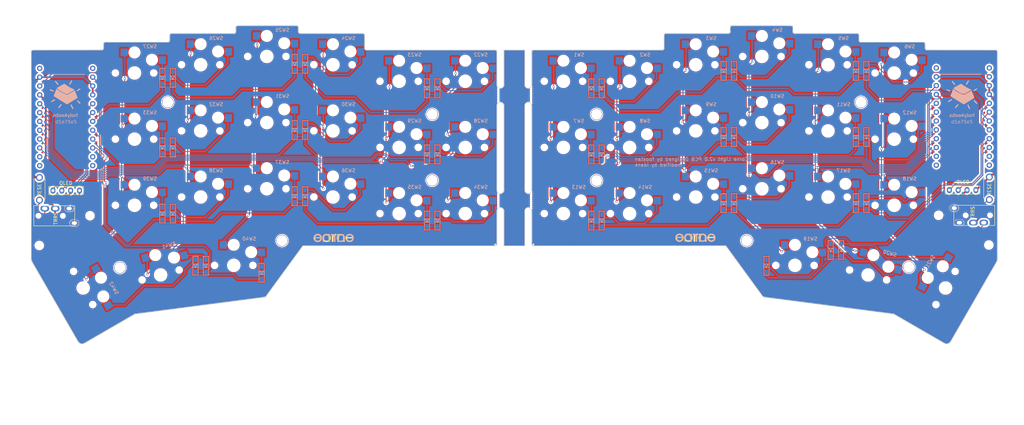
<source format=kicad_pcb>
(kicad_pcb (version 20221018) (generator pcbnew)
  (title_block (title "Corne Light") (date "2020-11-12") (rev "2.0") (company "foostan"))
  (layers (0 "F.Cu" signal) (31 "B.Cu" signal) (34 "B.Paste" user) (35 "F.Paste" user) (36 "B.SilkS" user "B.Silkscreen") (37 "F.SilkS" user "F.Silkscreen") (38 "B.Mask" user) (39 "F.Mask" user) (44 "Edge.Cuts" user))
  (net 0 "")
  (net 1 "row0")
  (net 2 "Net-(D1-Pad2)")
  (net 3 "row1")
  (net 4 "Net-(D2-Pad2)")
  (net 5 "row2")
  (net 6 "Net-(D3-Pad2)")
  (net 7 "row3")
  (net 8 "Net-(D4-Pad2)")
  (net 9 "Net-(D5-Pad2)")
  (net 10 "Net-(D6-Pad2)")
  (net 11 "Net-(D7-Pad2)")
  (net 12 "Net-(D8-Pad2)")
  (net 13 "Net-(D9-Pad2)")
  (net 14 "Net-(D10-Pad2)")
  (net 15 "Net-(D11-Pad2)")
  (net 16 "Net-(D12-Pad2)")
  (net 17 "Net-(D13-Pad2)")
  (net 18 "Net-(D14-Pad2)")
  (net 19 "Net-(D15-Pad2)")
  (net 20 "Net-(D16-Pad2)")
  (net 21 "Net-(D17-Pad2)")
  (net 22 "Net-(D18-Pad2)")
  (net 23 "Net-(D19-Pad2)")
  (net 24 "Net-(D20-Pad2)")
  (net 25 "Net-(D21-Pad2)")
  (net 26 "GND")
  (net 27 "VCC")
  (net 28 "col0")
  (net 29 "col1")
  (net 30 "col2")
  (net 31 "col3")
  (net 32 "col4")
  (net 33 "col5")
  (net 34 "data")
  (net 35 "reset")
  (net 36 "SCL")
  (net 37 "SDA")
  (net 38 "Net-(D22-Pad2)")
  (net 39 "row0_r")
  (net 40 "Net-(D23-Pad2)")
  (net 41 "Net-(D24-Pad2)")
  (net 42 "Net-(D25-Pad2)")
  (net 43 "Net-(D26-Pad2)")
  (net 44 "Net-(D27-Pad2)")
  (net 45 "row1_r")
  (net 46 "Net-(D28-Pad2)")
  (net 47 "Net-(D29-Pad2)")
  (net 48 "Net-(D30-Pad2)")
  (net 49 "Net-(D31-Pad2)")
  (net 50 "Net-(D32-Pad2)")
  (net 51 "Net-(D33-Pad2)")
  (net 52 "row2_r")
  (net 53 "Net-(D34-Pad2)")
  (net 54 "Net-(D35-Pad2)")
  (net 55 "Net-(D36-Pad2)")
  (net 56 "Net-(D37-Pad2)")
  (net 57 "Net-(D38-Pad2)")
  (net 58 "Net-(D39-Pad2)")
  (net 59 "Net-(D40-Pad2)")
  (net 60 "row3_r")
  (net 61 "Net-(D41-Pad2)")
  (net 62 "Net-(D42-Pad2)")
  (net 63 "data_r")
  (net 64 "SDA_r")
  (net 65 "SCL_r")
  (net 66 "reset_r")
  (net 67 "col0_r")
  (net 68 "col1_r")
  (net 69 "col2_r")
  (net 70 "col3_r")
  (net 71 "col4_r")
  (net 72 "col5_r")
  (net 73 "VDD")
  (net 74 "GNDA")
  (net 75 "Net-(U2-Pad24)")
  (net 76 "Net-(U2-Pad14)")
  (net 77 "Net-(U2-Pad13)")
  (net 78 "Net-(U2-Pad12)")
  (net 79 "Net-(U2-Pad11)")
  (net 80 "Net-(U2-Pad1)")
  (net 81 "Net-(U1-Pad24)")
  (net 82 "Net-(U1-Pad14)")
  (net 83 "Net-(U1-Pad13)")
  (net 84 "Net-(U1-Pad12)")
  (net 85 "Net-(U1-Pad11)")
  (net 86 "Net-(U1-Pad1)")
  (net 87 "Net-(J6-PadA)")
  (net 88 "Net-(J1-PadA)")
  (footprint "kbd:MJ-4PP-9_1side" (layer "F.Cu") (at -13.985144 148.837121 -90)
    (fp_text reference "J1")
    (fp_text value "MJ-4PP-9" hide)
  )
  (footprint "kbd:MJ-4PP-9_1side" (layer "F.Cu") (at -290.277324 148.962904 90)
    (fp_text reference "J6")
    (fp_text value "MJ-4PP-9" hide)
  )
  (footprint "kbd:ResetSW_1side" (layer "F.Cu") (at -288.510324 141.214904 -90)
    (fp_text reference "RSW2" hide)
    (fp_text value "SW_PUSH")
  )
  (footprint "holykeebs:Kailh_socket_PG1350_optional_oval_smaller_hotswap" (layer "F.Cu") (at -166.200324 110.317904)
    (fp_text reference "SW22" hide)
    (fp_text value "SW_PUSH")
  )
  (footprint "holykeebs:Kailh_socket_PG1350_optional_oval_smaller_hotswap" (layer "F.Cu") (at -185.200324 110.317904)
    (fp_text reference "SW23" hide)
    (fp_text value "SW_PUSH")
  )
  (footprint "holykeebs:Kailh_socket_PG1350_optional_oval_smaller_hotswap" (layer "F.Cu") (at -204.200324 105.567904)
    (fp_text reference "SW24" hide)
    (fp_text value "SW_PUSH")
  )
  (footprint "holykeebs:Kailh_socket_PG1350_optional_oval_smaller_hotswap" (layer "F.Cu") (at -223.200324 103.192904)
    (fp_text reference "SW25" hide)
    (fp_text value "SW_PUSH")
  )
  (footprint "holykeebs:Kailh_socket_PG1350_optional_oval_smaller_hotswap" (layer "F.Cu") (at -242.200324 105.567904)
    (fp_text reference "SW26" hide)
    (fp_text value "SW_PUSH")
  )
  (footprint "holykeebs:Kailh_socket_PG1350_optional_oval_smaller_hotswap" (layer "F.Cu") (at -261.200324 107.942904)
    (fp_text reference "SW27" hide)
    (fp_text value "SW_PUSH")
  )
  (footprint "holykeebs:Kailh_socket_PG1350_optional_oval_smaller_hotswap" (layer "F.Cu") (at -166.200324 129.317904)
    (fp_text reference "SW28" hide)
    (fp_text value "SW_PUSH")
  )
  (footprint "holykeebs:Kailh_socket_PG1350_optional_oval_smaller_hotswap" (layer "F.Cu") (at -185.200324 129.317904)
    (fp_text reference "SW29" hide)
    (fp_text value "SW_PUSH")
  )
  (footprint "holykeebs:Kailh_socket_PG1350_optional_oval_smaller_hotswap" (layer "F.Cu") (at -204.200324 124.567904)
    (fp_text reference "SW30" hide)
    (fp_text value "SW_PUSH")
  )
  (footprint "holykeebs:Kailh_socket_PG1350_optional_oval_smaller_hotswap" (layer "F.Cu") (at -223.200324 122.192904)
    (fp_text reference "SW31" hide)
    (fp_text value "SW_PUSH")
  )
  (footprint "holykeebs:Kailh_socket_PG1350_optional_oval_smaller_hotswap" (layer "F.Cu") (at -242.200324 124.567904)
    (fp_text reference "SW32" hide)
    (fp_text value "SW_PUSH")
  )
  (footprint "holykeebs:Kailh_socket_PG1350_optional_oval_smaller_hotswap" (layer "F.Cu") (at -261.200324 126.942904)
    (fp_text reference "SW33" hide)
    (fp_text value "SW_PUSH")
  )
  (footprint "holykeebs:Kailh_socket_PG1350_optional_oval_smaller_hotswap" (layer "F.Cu") (at -166.200324 148.317904)
    (fp_text reference "SW34" hide)
    (fp_text value "SW_PUSH")
  )
  (footprint "holykeebs:Kailh_socket_PG1350_optional_oval_smaller_hotswap" (layer "F.Cu") (at -185.200324 148.317904)
    (fp_text reference "SW35" hide)
    (fp_text value "SW_PUSH")
  )
  (footprint "holykeebs:Kailh_socket_PG1350_optional_oval_smaller_hotswap" (layer "F.Cu") (at -204.200324 143.567904)
    (fp_text reference "SW36" hide)
    (fp_text value "SW_PUSH")
  )
  (footprint "holykeebs:Kailh_socket_PG1350_optional_oval_smaller_hotswap" (layer "F.Cu") (at -223.200324 141.192904)
    (fp_text reference "SW37" hide)
    (fp_text value "SW_PUSH")
  )
  (footprint "holykeebs:Kailh_socket_PG1350_optional_oval_smaller_hotswap" (layer "F.Cu") (at -242.200324 143.567904)
    (fp_text reference "SW38" hide)
    (fp_text value "SW_PUSH")
  )
  (footprint "holykeebs:Kailh_socket_PG1350_optional_oval_smaller_hotswap" (layer "F.Cu") (at -232.700324 163.192904)
    (fp_text reference "SW40" hide)
    (fp_text value "SW_PUSH")
  )
  (footprint "holykeebs:Kailh_socket_PG1350_optional_oval_smaller_hotswap" (layer "F.Cu") (at -253.700324 165.942904 15)
    (fp_text reference "SW41" hide)
    (fp_text value "SW_PUSH")
  )
  (footprint "holykeebs:Kailh_socket_PG1350_optional_oval_smaller_hotswap" (layer "F.Cu") (at -261.200324 145.942904)
    (fp_text reference "SW39" hide)
    (fp_text value "SW_PUSH")
  )
  (footprint "kbd:ProMicro_v3" (layer "F.Cu") (at -23.307144 120.965121)
    (fp_text reference "U1" hide)
    (fp_text value "ProMicro" hide)
  )
  (footprint "kbd:ProMicro_v3" (layer "F.Cu") (at -280.822324 121.083904)
    (fp_text reference "U2" hide)
    (fp_text value "ProMicro" hide)
  )
  (footprint "holykeebs:Kailh_socket_PG1350_optional_oval_smaller_hotswap" (layer "F.Cu") (at -43.012144 107.950121)
    (fp_text reference "SW6" hide)
    (fp_text value "SW_PUSH")
  )
  (footprint "holykeebs:Kailh_socket_PG1350_optional_oval_smaller_hotswap" (layer "F.Cu") (at -62.012144 105.575121)
    (fp_text reference "SW5" hide)
    (fp_text value "SW_PUSH")
  )
  (footprint "holykeebs:Kailh_socket_PG1350_optional_oval_smaller_hotswap" (layer "F.Cu") (at -81.012144 103.200121)
    (fp_text reference "SW4" hide)
    (fp_text value "SW_PUSH")
  )
  (footprint "holykeebs:Kailh_socket_PG1350_optional_oval_smaller_hotswap" (layer "F.Cu") (at -100.012144 105.575121)
    (fp_text reference "SW3" hide)
    (fp_text value "SW_PUSH")
  )
  (footprint "holykeebs:Kailh_socket_PG1350_optional_oval_smaller_hotswap" (layer "F.Cu") (at -119.012144 110.325121)
    (fp_text reference "SW2" hide)
    (fp_text value "SW_PUSH")
  )
  (footprint "holykeebs:Kailh_socket_PG1350_optional_oval_smaller_hotswap" (layer "F.Cu") (at -43.012144 145.950121)
    (fp_text reference "SW18" hide)
    (fp_text value "SW_PUSH")
  )
  (footprint "holykeebs:Kailh_socket_PG1350_optional_oval_smaller_hotswap" (layer "F.Cu") (at -28.262144 169.700121 60)
    (fp_text reference "SW21" hide)
    (fp_text value "SW_PUSH")
  )
  (footprint "holykeebs:Kailh_socket_PG1350_optional_oval_smaller_hotswap" (layer "F.Cu") (at -138.012144 148.325121)
    (fp_text reference "SW13" hide)
    (fp_text value "SW_PUSH")
  )
  (footprint "holykeebs:Kailh_socket_PG1350_optional_oval_smaller_hotswap" (layer "F.Cu") (at -50.512144 165.950121 -15)
    (fp_text reference "SW20" hide)
    (fp_text value "SW_PUSH")
  )
  (footprint "holykeebs:Kailh_socket_PG1350_optional_oval_smaller_hotswap" (layer "F.Cu") (at -71.512144 163.200121)
    (fp_text reference "SW19" hide)
    (fp_text value "SW_PUSH")
  )
  (footprint "holykeebs:Kailh_socket_PG1350_optional_oval_smaller_hotswap" (layer "F.Cu") (at -62.012144 143.575121)
    (fp_text reference "SW17" hide)
    (fp_text value "SW_PUSH")
  )
  (footprint "holykeebs:Kailh_socket_PG1350_optional_oval_smaller_hotswap" (layer "F.Cu") (at -81.012144 141.200121)
    (fp_text reference "SW16" hide)
    (fp_text value "SW_PUSH")
  )
  (footprint "holykeebs:Kailh_socket_PG1350_optional_oval_smaller_hotswap" (layer "F.Cu") (at -100.012144 143.575121)
    (fp_text reference "SW15" hide)
    (fp_text value "SW_PUSH")
  )
  (footprint "holykeebs:Kailh_socket_PG1350_optional_oval_smaller_hotswap" (layer "F.Cu") (at -119.012144 148.325121)
    (fp_text reference "SW14" hide)
    (fp_text value "SW_PUSH")
  )
  (footprint "holykeebs:Kailh_socket_PG1350_optional_oval_smaller_hotswap" (layer "F.Cu") (at -43.012144 126.950121)
    (fp_text reference "SW12" hide)
    (fp_text value "SW_PUSH")
  )
  (footprint "holykeebs:Kailh_socket_PG1350_optional_oval_smaller_hotswap" (layer "F.Cu") (at -62.012144 124.575121)
    (fp_text reference "SW11" hide)
    (fp_text value "SW_PUSH")
  )
  (footprint "holykeebs:Kailh_socket_PG1350_optional_oval_smaller_hotswap" (layer "F.Cu") (at -81.012144 122.200121)
    (fp_text reference "SW10" hide)
    (fp_text value "SW_PUSH")
  )
  (footprint "holykeebs:Kailh_socket_PG1350_optional_oval_smaller_hotswap" (layer "F.Cu") (at -100.012144 124.575121)
    (fp_text reference "SW9" hide)
    (fp_text value "SW_PUSH")
  )
  (footprint "holykeebs:Kailh_socket_PG1350_optional_oval_smaller_hotswap" (layer "F.Cu") (at -119.012144 129.325121)
    (fp_text reference "SW8" hide)
    (fp_text value "SW_PUSH")
  )
  (footprint "holykeebs:Kailh_socket_PG1350_optional_oval_smaller_hotswap" (layer "F.Cu") (at -138.012144 129.325121)
    (fp_text reference "SW7" hide)
    (fp_text value "SW_PUSH")
  )
  (footprint "holykeebs:Kailh_socket_PG1350_optional_oval_smaller_hotswap" (layer "F.Cu") (at -138.012144 110.325121)
    (fp_text reference "SW1" hide)
    (fp_text value "SW_PUSH")
  )
  (footprint "kbd:thread_m2" (layer "F.Cu") (at -288.554324 157.482904)
    (fp_text reference "Ref**" hide)
    (fp_text value "Val**" hide)
  )
  (footprint "kbd:thread_m2" (layer "F.Cu") (at -273.995324 148.939904)
    (fp_text reference "Ref**" hide)
    (fp_text value "Val**" hide)
  )
  (footprint "holykeebs:Kailh_socket_PG1350_optional_oval_smaller_hotswap" (layer "F.Cu") (at -275.950324 169.692904 -60)
    (fp_text reference "SW42" hide)
    (fp_text value "SW_PUSH")
  )
  (footprint "kbd:OLED_1side" (layer "F.Cu") (at -27.171144 141.573121)
    (fp_text reference "J2")
    (fp_text value "OLED" hide)
  )
  (footprint "kbd:ResetSW_1side" (layer "F.Cu") (at -15.695144 141.076121 -90)
    (fp_text reference "RSW1" hide)
    (fp_text value "SW_PUSH")
  )
  (footprint "kbd:OLED_1side" (layer "F.Cu") (at -284.627671 141.707472)
    (fp_text reference "J7")
    (fp_text value "OLED" hide)
  )
  (footprint "kbd:corne-logo-horizontal" (layer "F.Cu") (at -99.982144 155.335121)
    (fp_text reference "G***" hide)
    (fp_text value "LOGO" hide)
  )
  (footprint "kbd:corne-logo-horizontal" (layer "F.Cu") (at -203.887671 155.407472)
    (fp_text reference "G***" hide)
    (fp_text value "LOGO" hide)
  )
  (footprint "kbd:Breakaway_Tabs" (layer "F.Cu") (at -156.7075 114.36 90)
    (fp_text reference "REF**")
    (fp_text value "Breakaway_Tabs" hide)
  )
  (footprint "kbd:Breakaway_Tabs" (layer "F.Cu") (at -147.3075 144.495 -90)
    (fp_text reference "REF**")
    (fp_text value "Breakaway_Tabs" hide)
  )
  (footprint "kbd:Breakaway_Tabs" (layer "F.Cu") (at -147.3175 114.265 -90)
    (fp_text reference "REF**")
    (fp_text value "Breakaway_Tabs" hide)
  )
  (footprint "kbd:Breakaway_Tabs" (layer "F.Cu") (at -156.7075 144.565 90)
    (fp_text reference "REF**")
    (fp_text value "Breakaway_Tabs" hide)
  )
  (footprint "holykeebs:M2_SPACER" (layer "F.Cu") (at -175.702671 138.792472)
    (fp_text reference "REF**" hide)
    (fp_text value "M2_SPACER" hide)
  )
  (footprint "kbd:D3_SMD_v2" (layer "B.Cu") (at -174.200324 150.317904 90)
    (fp_text reference "D34" hide)
    (fp_text value "D" hide)
  )
  (footprint "kbd:D3_SMD_v2" (layer "B.Cu") (at -212.200324 143.317904 90)
    (fp_text reference "D36" hide)
    (fp_text value "D" hide)
  )
  (footprint "kbd:D3_SMD_v2" (layer "B.Cu") (at -215.200324 143.312904 90)
    (fp_text reference "D37" hide)
    (fp_text value "D" hide)
  )
  (footprint "kbd:D3_SMD_v2" (layer "B.Cu") (at -250.200324 148.317904 90)
    (fp_text reference "D38" hide)
    (fp_text value "D" hide)
  )
  (footprint "kbd:D3_SMD_v2" (layer "B.Cu") (at -253.200324 148.317904 90)
    (fp_text reference "D39" hide)
    (fp_text value "D" hide)
  )
  (footprint "kbd:D3_SMD_v2" (layer "B.Cu") (at -224.700324 165.327904 90)
    (fp_text reference "D40" hide)
    (fp_text value "D" hide)
  )
  (footprint "kbd:D3_SMD_v2" (layer "B.Cu") (at -240.690324 163.312904 90)
    (fp_text reference "D41" hide)
    (fp_text value "D" hide)
  )
  (footprint "kbd:D3_SMD_v2" (layer "B.Cu") (at -243.690324 163.312904 90)
    (fp_text reference "D42" hide)
    (fp_text value "D" hide)
  )
  (footprint "kbd:D3_SMD_v2" (layer "B.Cu") (at -174.200324 112.317904 90)
    (fp_text reference "D22" hide)
    (fp_text value "D" hide)
  )
  (footprint "kbd:D3_SMD_v2" (layer "B.Cu") (at -177.200324 112.317904 90)
    (fp_text reference "D23" hide)
    (fp_text value "D" hide)
  )
  (footprint "kbd:D3_SMD_v2" (layer "B.Cu") (at -212.200324 105.317904 90)
    (fp_text reference "D24" hide)
    (fp_text value "D" hide)
  )
  (footprint "kbd:D3_SMD_v2" (layer "B.Cu") (at -215.200324 105.312904 90)
    (fp_text reference "D25" hide)
    (fp_text value "D" hide)
  )
  (footprint "kbd:D3_SMD_v2" (layer "B.Cu") (at -250.200324 109.317904 90)
    (fp_text reference "D26" hide)
    (fp_text value "D" hide)
  )
  (footprint "kbd:D3_SMD_v2" (layer "B.Cu") (at -253.200324 109.317904 90)
    (fp_text reference "D27" hide)
    (fp_text value "D" hide)
  )
  (footprint "kbd:D3_SMD_v2" (layer "B.Cu") (at -174.200324 131.317904 90)
    (fp_text reference "D28" hide)
    (fp_text value "D" hide)
  )
  (footprint "kbd:D3_SMD_v2" (layer "B.Cu") (at -177.200324 131.317904 90)
    (fp_text reference "D29" hide)
    (fp_text value "D" hide)
  )
  (footprint "kbd:D3_SMD_v2" (layer "B.Cu") (at -212.200324 124.317904 90)
    (fp_text reference "D30" hide)
    (fp_text value "D" hide)
  )
  (footprint "kbd:D3_SMD_v2" (layer "B.Cu") (at -215.200324 124.312904 90)
    (fp_text reference "D31" hide)
    (fp_text value "D" hide)
  )
  (footprint "kbd:D3_SMD_v2" (layer "B.Cu") (at -250.200324 129.317904 90)
    (fp_text reference "D32" hide)
    (fp_text value "D" hide)
  )
  (footprint "kbd:D3_SMD_v2" (layer "B.Cu") (at -127.012144 150.325121 90)
    (fp_text reference "D14" hide)
    (fp_text value "D" hide)
  )
  (footprint "kbd:D3_SMD_v2" (layer "B.Cu") (at -127.012144 131.325121 90)
    (fp_text reference "D8" hide)
    (fp_text value "D" hide)
  )
  (footprint "kbd:D3_SMD_v2" (layer "B.Cu") (at -127.012144 112.325121 90)
    (fp_text reference "D2" hide)
    (fp_text value "D" hide)
  )
  (footprint "kbd:D3_SMD_v2" (layer "B.Cu") (at -253.200324 129.317904 90)
    (fp_text reference "D33" hide)
    (fp_text value "D" hide)
  )
  (footprint "kbd:D3_SMD_v2" (layer "B.Cu") (at -58.257144 158.770121 90)
    (fp_text reference "D21" hide)
    (fp_text value "D" hide)
  )
  (footprint "kbd:D3_SMD_v2" (layer "B.Cu") (at -61.257144 158.770121 90)
    (fp_text reference "D20" hide)
    (fp_text value "D" hide)
  )
  (footprint "kbd:D3_SMD_v2" (layer "B.Cu") (at -79.692144 163.315121 90)
    (fp_text reference "D19" hide)
    (fp_text value "D" hide)
  )
  (footprint "kbd:D3_SMD_v2" (layer "B.Cu") (at -51.012144 145.325121 90)
    (fp_text reference "D18" hide)
    (fp_text value "D" hide)
  )
  (footprint "kbd:D3_SMD_v2" (layer "B.Cu") (at -54.012144 145.325121 90)
    (fp_text reference "D17" hide)
    (fp_text value "D" hide)
  )
  (footprint "kbd:D3_SMD_v2" (layer "B.Cu") (at -89.012144 145.320121 90)
    (fp_text reference "D16" hide)
    (fp_text value "D" hide)
  )
  (footprint "kbd:D3_SMD_v2" (layer "B.Cu") (at -92.012144 145.325121 90)
    (fp_text reference "D15" hide)
    (fp_text value "D" hide)
  )
  (footprint "kbd:D3_SMD_v2" (layer "B.Cu") (at -130.012144 150.321996 90)
    (fp_text reference "D13" hide)
    (fp_text value "D" hide)
  )
  (footprint "kbd:D3_SMD_v2" (layer "B.Cu") (at -51.012144 126.325121 90)
    (fp_text reference "D12" hide)
    (fp_text value "D" hide)
  )
  (footprint "kbd:D3_SMD_v2" (layer "B.Cu") (at -54.012144 126.325121 90)
    (fp_text reference "D11" hide)
    (fp_text value "D" hide)
  )
  (footprint "kbd:D3_SMD_v2" (layer "B.Cu") (at -89.012144 126.320121 90)
    (fp_text reference "D10" hide)
    (fp_text value "D" hide)
  )
  (footprint "kbd:D3_SMD_v2" (layer "B.Cu") (at -92.012144 126.325121 90)
    (fp_text reference "D9" hide)
    (fp_text value "D" hide)
  )
  (footprint "kbd:D3_SMD_v2" (layer "B.Cu") (at -130.012144 131.321996 90)
    (fp_text reference "D7" hide)
    (fp_text value "D" hide)
  )
  (footprint "kbd:D3_SMD_v2" (layer "B.Cu") (at -51.012144 107.325121 90)
    (fp_text reference "D6" hide)
    (fp_text value "D" hide)
  )
  (footprint "kbd:D3_SMD_v2" (layer "B.Cu") (at -54.012144 107.325121 90)
    (fp_text reference "D5" hide)
    (fp_text value "D" hide)
  )
  (footprint "kbd:D3_SMD_v2" (layer "B.Cu") (at -89.012144 107.320121 90)
    (fp_text reference "D4" hide)
    (fp_text value "D" hide)
  )
  (footprint "kbd:D3_SMD_v2" (layer "B.Cu") (at -92.012144 107.325121 90)
    (fp_text reference "D3" hide)
    (fp_text value "D" hide)
  )
  (footprint "kbd:D3_SMD_v2" (layer "B.Cu") (at -130.012144 112.321996 90)
    (fp_text reference "D1" hide)
    (fp_text value "D" hide)
  )
  (footprint "kbd:D3_SMD_v2" (layer "B.Cu") (at -177.200324 150.317904 90)
    (fp_text reference "D35" hide)
    (fp_text value "D" hide)
  )
  (footprint "holykeebs:M2_SPACER" (layer "B.Cu") (at -128.504144 138.825621 180)
    (fp_text reference "Ref**" hide)
    (fp_text value "Val**" hide)
  )
  (footprint "holykeebs:M2_SPACER" (layer "B.Cu") (at -52.549144 116.335621 180)
    (fp_text reference "Ref**" hide)
    (fp_text value "Val**" hide)
  )
  (footprint "holykeebs:M2_SPACER" (layer "B.Cu") (at -128.504144 119.825621 180)
    (fp_text reference "Ref**" hide)
    (fp_text value "Val**" hide)
  )
  (footprint "holykeebs:M2_SPACER" (layer "B.Cu") (at -85.360144 156.090621 180)
    (fp_text reference "Ref**" hide)
    (fp_text value "Val**" hide)
  )
  (footprint "holykeebs:M2_SPACER" (layer "B.Cu") (at -38.794144 163.705121 180)
    (fp_text reference "Ref**" hide)
    (fp_text value "Val**" hide)
  )
  (footprint "kbd:thread_m2" (layer "B.Cu") (at -30.255144 148.824121 180)
    (fp_text reference "Ref**" hide)
    (fp_text value "Val**" hide)
  )
  (footprint "kbd:thread_m2" (layer "B.Cu") (at -15.823144 157.345121 180)
    (fp_text reference "Ref**" hide)
    (fp_text value "Val**" hide)
  )
  (footprint "holykeebs:M2_SPACER" (layer "B.Cu") (at -251.649324 116.334404 180)
    (fp_text reference "Ref**" hide)
    (fp_text value "Val**" hide)
  )
  (footprint "holykeebs:M2_SPACER" (layer "B.Cu") (at -265.399324 163.844404 180)
    (fp_text reference "Ref**" hide)
    (fp_text value "Val**" hide)
  )
  (footprint "holykeebs:M2_SPACER" (layer "B.Cu") (at -218.829324 156.094404 180)
    (fp_text reference "Ref**" hide)
    (fp_text value "Val**" hide)
  )
  (footprint "holykeebs:M2_SPACER" (layer "B.Cu") (at -175.689324 119.824404 180)
    (fp_text reference "Ref**" hide)
    (fp_text value "Val**" hide)
  )
  (footprint "kbd:corne-logo-horizontal" (layer "B.Cu") (at -100.212144 155.335121 180)
    (fp_text reference "G***" hide)
    (fp_text value "LOGO" hide)
  )
  (footprint "kbd:corne-logo-horizontal" (layer "B.Cu") (at -204.117671 155.407472 180)
    (fp_text reference "G***" hide)
    (fp_text value "LOGO" hide)
  )
  (footprint "holykeebs:logo .5x" (layer "B.Cu") (at -23.607144 115.080121 180)
    (fp_text reference "REF**" hide)
    (fp_text value "logo big" hide)
  )
  (footprint "holykeebs:logo .5x" (layer "B.Cu") (at -281.162671 115.072472 180)
    (fp_text reference "REF**" hide)
    (fp_text value "logo big" hide)
  )
  (gr_line (start -33.913801 101.235497) (end -33.7843 101.306599) (stroke (width 0.2)) (layer "Edge.Cuts"))
  (gr_line (start -206.654002 157.565104) (end -212.612803 157.565104) (stroke (width 0.2)) (layer "Edge.Cuts"))
  (gr_line (start -261.187703 177.234797) (end -275.4828 185.497401) (stroke (width 0.2)) (layer "Edge.Cuts"))
  (gr_line (start -157.1418 157.255198) (end -157.212901 157.384699) (stroke (width 0.2)) (layer "Edge.Cuts"))
  (gr_line (start -149.113901 157.590403) (end -155.113901 157.590403) (stroke (width 0.2)) (layer "Edge.Cuts"))
  (gr_arc (start -157.7143 157.585443) (mid -157.623175 157.485793) (end -157.515868 157.567762) (stroke (width 0.2)) (layer "Edge.Cuts"))
  (gr_line (start -27.784796 185.720904) (end -27.972799 185.7336) (stroke (width 0.2)) (layer "Edge.Cuts"))
  (gr_line (start -250.613705 96.584797) (end -232.712803 96.584797) (stroke (width 0.2)) (layer "Edge.Cuts"))
  (gr_line (start -157.725601 101.334599) (end -157.4415 101.365098) (stroke (width 0.2)) (layer "Edge.Cuts"))
  (gr_line (start -195.4424 96.6153) (end -195.312903 96.686398) (stroke (width 0.2)) (layer "Edge.Cuts"))
  (gr_line (start -28.480795 185.634601) (end -28.620504 185.571101) (stroke (width 0.2)) (layer "Edge.Cuts"))
  (gr_arc (start -157.113901 117.334599) (mid -156.113901 116.334599) (end -155.113901 117.334599) (stroke (width 0.2)) (layer "Edge.Cuts"))
  (gr_line (start -231.512003 94.334298) (end -214.611804 94.334298) (stroke (width 0.2)) (layer "Edge.Cuts"))
  (gr_line (start -155.113901 141.590403) (end -155.113901 117.334599) (stroke (width 0.2)) (layer "Edge.Cuts"))
  (gr_line (start -13.466894 101.535199) (end -13.395696 101.664799) (stroke (width 0.2)) (layer "Edge.Cuts"))
  (gr_line (start -26.875494 185.197703) (end -26.969503 185.306903) (stroke (width 0.2)) (layer "Edge.Cuts"))
  (gr_line (start -231.911701 94.433398) (end -231.782199 94.364798) (stroke (width 0.2)) (layer "Edge.Cuts"))
  (gr_line (start -251.083599 96.914998) (end -251.012501 96.785397) (stroke (width 0.2)) (layer "Edge.Cuts"))
  (gr_line (start -269.780606 99.114598) (end -269.612904 99.084099) (stroke (width 0.2)) (layer "Edge.Cuts"))
  (gr_line (start -80.604103 172.274203) (end -80.718399 172.1878) (stroke (width 0.2)) (layer "Edge.Cuts"))
  (gr_line (start -34.216101 99.284798) (end -34.144995 99.4143) (stroke (width 0.2)) (layer "Edge.Cuts"))
  (gr_line (start -157.212901 101.5378) (end -157.1418 101.667298) (stroke (width 0.2)) (layer "Edge.Cuts"))
  (gr_line (start -146.9158 101.4362) (end -146.786301 101.365098) (stroke (width 0.2)) (layer "Edge.Cuts"))
  (gr_line (start -277.032208 185.497401) (end -277.154202 185.4034) (stroke (width 0.2)) (layer "Edge.Cuts"))
  (gr_line (start -27.617193 185.6879) (end -27.784796 185.720904) (stroke (width 0.2)) (layer "Edge.Cuts"))
  (gr_line (start -223.862499 172.335101) (end -260.532406 177.105204) (stroke (width 0.2)) (layer "Edge.Cuts"))
  (gr_line (start -214.114001 94.934698) (end -214.114001 95.984399) (stroke (width 0.2)) (layer "Edge.Cuts"))
  (gr_circle (center -157.6143 157.193381) (end -157.514301 157.193381) (stroke (width 0.2)) (fill none) (layer "Edge.Cuts"))
  (gr_line (start -223.623699 172.274203) (end -223.773601 172.327502) (stroke (width 0.2)) (layer "Edge.Cuts"))
  (gr_line (start -290.362211 101.334599) (end -270.515033 101.318367) (stroke (width 0.2)) (layer "Edge.Cuts"))
  (gr_line (start -157.212901 157.384699) (end -157.3145 157.4863) (stroke (width 0.2)) (layer "Edge.Cuts"))
  (gr_line (start -71.782699 96.556798) (end -71.71363 96.568329) (stroke (width 0.2)) (layer "Edge.Cuts"))
  (gr_line (start -232.514171 96.568329) (end -232.445102 96.556798) (stroke (width 0.2)) (layer "Edge.Cuts"))
  (gr_line (start -90.085899 94.667098) (end -90.014801 94.537499) (stroke (width 0.2)) (layer "Edge.Cuts"))
  (gr_line (start -214.213 94.537499) (end -214.141902 94.667098) (stroke (width 0.2)) (layer "Edge.Cuts"))
  (gr_line (start -232.445102 96.556798) (end -232.313106 96.485699) (stroke (width 0.2)) (layer "Edge.Cuts"))
  (gr_line (start -195.211302 96.787999) (end -195.142703 96.9175) (stroke (width 0.2)) (layer "Edge.Cuts"))
  (gr_line (start -275.747006 185.634601) (end -275.899411 185.685397) (stroke (width 0.2)) (layer "Edge.Cuts"))
  (gr_line (start -52.913001 98.9851) (end -52.783499 99.056199) (stroke (width 0.2)) (layer "Edge.Cuts"))
  (gr_line (start -34.015394 101.136498) (end -33.913801 101.235497) (stroke (width 0.2)) (layer "Edge.Cuts"))
  (gr_line (start -108.6152 96.584797) (end -90.614197 96.584797) (stroke (width 0.2)) (layer "Edge.Cuts"))
  (gr_line (start -34.447195 99.114598) (end -34.315199 99.1857) (stroke (width 0.2)) (layer "Edge.Cuts"))
  (gr_arc (start -214.096361 96.18283) (mid -214.213607 96.093254) (end -214.114001 95.984399) (stroke (width 0.2)) (layer "Edge.Cuts"))
  (gr_line (start -214.014903 96.384099) (end -213.913302 96.485699) (stroke (width 0.2)) (layer "Edge.Cuts"))
  (gr_line (start -195.142703 96.9175) (end -195.1122 97.085198) (stroke (width 0.2)) (layer "Edge.Cuts"))
  (gr_line (start -27.073599 185.4034) (end -27.195593 185.497401) (stroke (width 0.2)) (layer "Edge.Cuts"))
  (gr_arc (start -231.512003 94.334298) (mid -231.603149 94.433904) (end -231.710434 94.351937) (stroke (width 0.2)) (layer "Edge.Cuts"))
  (gr_line (start -43.362601 177.153499) (end -43.535399 177.125598) (stroke (width 0.2)) (layer "Edge.Cuts"))
  (gr_arc (start -214.114001 94.934698) (mid -214.213661 94.842937) (end -214.130422 94.736056) (stroke (width 0.2)) (layer "Edge.Cuts"))
  (gr_line (start -13.416097 161.7484) (end -13.4643 161.905901) (stroke (width 0.2)) (layer "Edge.Cuts"))
  (gr_line (start -91.261902 157.732699) (end -91.378799 157.646303) (stroke (width 0.2)) (layer "Edge.Cuts"))
  (gr_line (start -214.096361 96.18283) (end -214.083499 96.254599) (stroke (width 0.2)) (layer "Edge.Cuts"))
  (gr_line (start -13.522695 162.048098) (end -13.591299 162.182803) (stroke (width 0.2)) (layer "Edge.Cuts"))
  (gr_line (start -34.083998 101.006898) (end -34.015394 101.136498) (stroke (width 0.2)) (layer "Edge.Cuts"))
  (gr_line (start -275.607297 185.571101) (end -275.747006 185.634601) (stroke (width 0.2)) (layer "Edge.Cuts"))
  (gr_line (start -108.914898 96.686398) (end -108.785401 96.6153) (stroke (width 0.2)) (layer "Edge.Cuts"))
  (gr_line (start -276.066998 185.720904) (end -276.255002 185.7336) (stroke (width 0.2)) (layer "Edge.Cuts"))
  (gr_line (start -72.143302 94.664498) (end -72.115402 94.834698) (stroke (width 0.2)) (layer "Edge.Cuts"))
  (gr_line (start -91.5261 157.592997) (end -91.614998 157.565104) (stroke (width 0.2)) (layer "Edge.Cuts"))
  (gr_line (start -212.612803 157.565104) (end -212.701701 157.592997) (stroke (width 0.2)) (layer "Edge.Cuts"))
  (gr_line (start -89.915703 94.435898) (end -89.786201 94.364798) (stroke (width 0.2)) (layer "Edge.Cuts"))
  (gr_line (start -28.160803 185.720904) (end -28.32839 185.685397) (stroke (width 0.2)) (layer "Edge.Cuts"))
  (gr_line (start -155.113901 111.334599) (end -155.113901 101.334599) (stroke (width 0.2)) (layer "Edge.Cuts"))
  (gr_line (start -28.745001 185.497401) (end -43.040099 177.234797) (stroke (width 0.2)) (layer "Edge.Cuts"))
  (gr_arc (start -147.113901 111.334599) (mid -148.113901 112.334599) (end -149.113901 111.334599) (stroke (width 0.2)) (layer "Edge.Cuts"))
  (gr_line (start -13.565893 101.433598) (end -13.466894 101.535199) (stroke (width 0.2)) (layer "Edge.Cuts"))
  (gr_line (start -290.8448 161.580798) (end -290.8625 161.395403) (stroke (width 0.2)) (layer "Edge.Cuts"))
  (gr_line (start -90.314499 96.485699) (end -90.212898 96.384099) (stroke (width 0.2)) (layer "Edge.Cuts"))
  (gr_line (start -147.113901 101.835) (end -147.086001 101.667298) (stroke (width 0.2)) (layer "Edge.Cuts"))
  (gr_line (start -90.212898 96.384099) (end -90.144302 96.254599) (stroke (width 0.2)) (layer "Edge.Cuts"))
  (gr_line (start -109.443199 101.306599) (end -109.313698 101.235497) (stroke (width 0.2)) (layer "Edge.Cuts"))
  (gr_line (start -157.113901 157.085001) (end -157.1418 157.255198) (stroke (width 0.2)) (layer "Edge.Cuts"))
  (gr_line (start -157.4415 101.365098) (end -157.312001 101.4362) (stroke (width 0.2)) (layer "Edge.Cuts"))
  (gr_line (start -26.817099 185.116405) (end -26.819601 185.121501) (stroke (width 0.2)) (layer "Edge.Cuts"))
  (gr_line (start -43.695395 177.105204) (end -80.365303 172.335101) (stroke (width 0.2)) (layer "Edge.Cuts"))
  (gr_arc (start -232.514171 96.568329) (mid -232.604542 96.684453) (end -232.712803 96.584797) (stroke (width 0.2)) (layer "Edge.Cuts"))
  (gr_line (start -195.1122 97.085198) (end -195.1122 100.836697) (stroke (width 0.2)) (layer "Edge.Cuts"))
  (gr_line (start -223.509403 172.1878) (end -223.623699 172.274203) (stroke (width 0.2)) (layer "Edge.Cuts"))
  (gr_line (start -270.143803 101.006898) (end -270.113301 100.834199) (stroke (width 0.2)) (layer "Edge.Cuts"))
  (gr_line (start -53.2153 96.785397) (end -53.144202 96.914998) (stroke (width 0.2)) (layer "Edge.Cuts"))
  (gr_line (start -276.907803 185.571101) (end -277.032208 185.497401) (stroke (width 0.2)) (layer "Edge.Cuts"))
  (gr_line (start -13.591299 162.182803) (end -26.817099 185.116405) (stroke (width 0.2)) (layer "Edge.Cuts"))
  (gr_line (start -276.443005 185.720904) (end -276.610608 185.6879) (stroke (width 0.2)) (layer "Edge.Cuts"))
  (gr_line (start -214.611804 94.334298) (end -214.4416 94.364798) (stroke (width 0.2)) (layer "Edge.Cuts"))
  (gr_line (start -146.711933 157.567762) (end -146.7837 157.554903) (stroke (width 0.2)) (layer "Edge.Cuts"))
  (gr_line (start -231.782199 94.364798) (end -231.710434 94.351937) (stroke (width 0.2)) (layer "Edge.Cuts"))
  (gr_line (start -290.763501 161.905901) (end -290.811704 161.7484) (stroke (width 0.2)) (layer "Edge.Cuts"))
  (gr_line (start -157.444101 157.554903) (end -157.515868 157.567762) (stroke (width 0.2)) (layer "Edge.Cuts"))
  (gr_line (start -157.7143 157.585443) (end -168.663301 157.590403) (stroke (width 0.2)) (layer "Edge.Cuts"))
  (gr_line (start -290.832105 101.664799) (end -290.760907 101.535199) (stroke (width 0.2)) (layer "Edge.Cuts"))
  (gr_line (start -89.786201 94.364798) (end -89.615997 94.334298) (stroke (width 0.2)) (layer "Edge.Cuts"))
  (gr_arc (start -149.113901 147.590403) (mid -148.113901 146.590403) (end -147.113901 147.590403) (stroke (width 0.2)) (layer "Edge.Cuts"))
  (gr_line (start -270.443501 101.306599) (end -270.314 101.235497) (stroke (width 0.2)) (layer "Edge.Cuts"))
  (gr_line (start -147.014901 101.5378) (end -146.9158 101.4362) (stroke (width 0.2)) (layer "Edge.Cuts"))
  (gr_line (start -53.014601 98.885998) (end -52.913001 98.9851) (stroke (width 0.2)) (layer "Edge.Cuts"))
  (gr_line (start -26.969503 185.306903) (end -27.073599 185.4034) (stroke (width 0.2)) (layer "Edge.Cuts"))
  (gr_line (start -270.0117 99.284798) (end -269.912602 99.1857) (stroke (width 0.2)) (layer "Edge.Cuts"))
  (gr_line (start -146.502201 101.334599) (end -109.615898 101.334599) (stroke (width 0.2)) (layer "Edge.Cuts"))
  (gr_line (start -13.365301 101.835) (end -13.365301 161.395403) (stroke (width 0.2)) (layer "Edge.Cuts"))
  (gr_line (start -290.529798 101.365098) (end -290.362211 101.334599) (stroke (width 0.2)) (layer "Edge.Cuts"))
  (gr_line (start -214.4416 94.364798) (end -214.312099 94.435898) (stroke (width 0.2)) (layer "Edge.Cuts"))
  (gr_line (start -28.32839 185.685397) (end -28.480795 185.634601) (stroke (width 0.2)) (layer "Edge.Cuts"))
  (gr_line (start -97.573799 157.565104) (end -135.5645 157.590403) (stroke (width 0.2)) (layer "Edge.Cuts"))
  (gr_line (start -251.142101 98.756497) (end -251.114102 98.586297) (stroke (width 0.2)) (layer "Edge.Cuts"))
  (gr_line (start -52.615798 99.084099) (end -34.614897 99.084099) (stroke (width 0.2)) (layer "Edge.Cuts"))
  (gr_line (start -109.115601 97.085198) (end -109.085099 96.9175) (stroke (width 0.2)) (layer "Edge.Cuts"))
  (gr_line (start -13.865591 101.334599) (end -13.698003 101.365098) (stroke (width 0.2)) (layer "Edge.Cuts"))
  (gr_line (start -109.313698 101.235497) (end -109.2146 101.1339) (stroke (width 0.2)) (layer "Edge.Cuts"))
  (gr_line (start -71.514999 96.584797) (end -53.614096 96.584797) (stroke (width 0.2)) (layer "Edge.Cuts"))
  (gr_line (start -146.7837 157.554903) (end -146.913301 157.4863) (stroke (width 0.2)) (layer "Edge.Cuts"))
  (gr_line (start -72.445602 94.364798) (end -72.3161 94.433398) (stroke (width 0.2)) (layer "Edge.Cuts"))
  (gr_line (start -72.013801 96.386698) (end -71.914695 96.485699) (stroke (width 0.2)) (layer "Edge.Cuts"))
  (gr_arc (start -146.711933 157.567762) (mid -146.604626 157.485793) (end -146.513502 157.585443) (stroke (width 0.2)) (layer "Edge.Cuts"))
  (gr_line (start -34.315199 99.1857) (end -34.216101 99.284798) (stroke (width 0.2)) (layer "Edge.Cuts"))
  (gr_line (start -251.3148 98.9851) (end -251.2132 98.885998) (stroke (width 0.2)) (layer "Edge.Cuts"))
  (gr_line (start -89.615997 94.334298) (end -72.715798 94.334298) (stroke (width 0.2)) (layer "Edge.Cuts"))
  (gr_line (start -147.086001 157.255198) (end -147.113901 157.085001) (stroke (width 0.2)) (layer "Edge.Cuts"))
  (gr_line (start -155.113901 101.334599) (end -149.113901 101.334599) (stroke (width 0.2)) (layer "Edge.Cuts"))
  (gr_line (start -90.144302 96.254599) (end -90.13144 96.18283) (stroke (width 0.2)) (layer "Edge.Cuts"))
  (gr_circle (center -146.613501 157.193381) (end -146.513502 157.193381) (stroke (width 0.2)) (fill none) (layer "Edge.Cuts"))
  (gr_line (start -260.8652 177.153499) (end -261.030301 177.1916) (stroke (width 0.2)) (layer "Edge.Cuts"))
  (gr_line (start -147.113901 157.085001) (end -147.113901 147.590403) (stroke (width 0.2)) (layer "Edge.Cuts"))
  (gr_line (start -149.113901 147.590403) (end -149.113901 157.590403) (stroke (width 0.2)) (layer "Edge.Cuts"))
  (gr_line (start -270.314 101.235497) (end -270.212407 101.136498) (stroke (width 0.2)) (layer "Edge.Cuts"))
  (gr_line (start -80.4542 172.327502) (end -80.604103 172.274203) (stroke (width 0.2)) (layer "Edge.Cuts"))
  (gr_line (start -90.614197 96.584797) (end -90.444 96.556798) (stroke (width 0.2)) (layer "Edge.Cuts"))
  (gr_line (start -270.515033 101.318367) (end -270.443501 101.306599) (stroke (width 0.2)) (layer "Edge.Cuts"))
  (gr_line (start -195.1122 100.836697) (end -195.0843 101.004399) (stroke (width 0.2)) (layer "Edge.Cuts"))
  (gr_line (start -194.914103 101.235497) (end -194.784602 101.306599) (stroke (width 0.2)) (layer "Edge.Cuts"))
  (gr_line (start -13.383001 161.580798) (end -13.416097 161.7484) (stroke (width 0.2)) (layer "Edge.Cuts"))
  (gr_line (start -251.612003 99.084099) (end -251.444302 99.056199) (stroke (width 0.2)) (layer "Edge.Cuts"))
  (gr_line (start -232.313106 96.485699) (end -232.214 96.386698) (stroke (width 0.2)) (layer "Edge.Cuts"))
  (gr_arc (start -72.517367 94.351937) (mid -72.624615 94.433843) (end -72.715798 94.334298) (stroke (width 0.2)) (layer "Edge.Cuts"))
  (gr_line (start -232.214 96.386698) (end -232.142902 96.257098) (stroke (width 0.2)) (layer "Edge.Cuts"))
  (gr_line (start -232.142902 96.257098) (end -232.1124 96.084399) (stroke (width 0.2)) (layer "Edge.Cuts"))
  (gr_line (start -149.113901 141.590403) (end -149.113901 117.334599) (stroke (width 0.2)) (layer "Edge.Cuts"))
  (gr_arc (start -149.113901 117.334599) (mid -148.113901 116.334599) (end -147.113901 117.334599) (stroke (width 0.2)) (layer "Edge.Cuts"))
  (gr_line (start -108.785401 96.6153) (end -108.6152 96.584797) (stroke (width 0.2)) (layer "Edge.Cuts"))
  (gr_line (start -53.1137 98.586297) (end -53.0857 98.756497) (stroke (width 0.2)) (layer "Edge.Cuts"))
  (gr_line (start -109.085099 96.9175) (end -109.016499 96.787999) (stroke (width 0.2)) (layer "Edge.Cuts"))
  (gr_line (start -260.692402 177.125598) (end -260.8652 177.153499) (stroke (width 0.2)) (layer "Edge.Cuts"))
  (gr_line (start -212.849002 157.646303) (end -212.965899 157.732699) (stroke (width 0.2)) (layer "Edge.Cuts"))
  (gr_line (start -214.312099 94.435898) (end -214.213 94.537499) (stroke (width 0.2)) (layer "Edge.Cuts"))
  (gr_line (start -90.097379 94.736056) (end -90.085899 94.667098) (stroke (width 0.2)) (layer "Edge.Cuts"))
  (gr_line (start -155.113901 157.590403) (end -155.113901 147.590403) (stroke (width 0.2)) (layer "Edge.Cuts"))
  (gr_line (start -251.114102 97.085198) (end -251.083599 96.914998) (stroke (width 0.2)) (layer "Edge.Cuts"))
  (gr_line (start -33.712768 101.318367) (end -13.865591 101.334599) (stroke (width 0.2)) (layer "Edge.Cuts"))
  (gr_line (start -146.913301 157.4863) (end -147.014901 157.384699) (stroke (width 0.2)) (layer "Edge.Cuts"))
  (gr_line (start -80.365303 172.335101) (end -80.4542 172.327502) (stroke (width 0.2)) (layer "Edge.Cuts"))
  (gr_line (start -251.012501 96.785397) (end -250.9109 96.6838) (stroke (width 0.2)) (layer "Edge.Cuts"))
  (gr_line (start -90.444 96.556798) (end -90.314499 96.485699) (stroke (width 0.2)) (layer "Edge.Cuts"))
  (gr_line (start -232.013301 94.534998) (end -231.911701 94.433398) (stroke (width 0.2)) (layer "Edge.Cuts"))
  (gr_line (start -290.705106 162.048098) (end -290.763501 161.905901) (stroke (width 0.2)) (layer "Edge.Cuts"))
  (gr_line (start -109.2146 101.1339) (end -109.143502 101.004399) (stroke (width 0.2)) (layer "Edge.Cuts"))
  (gr_line (start -275.899411 185.685397) (end -276.066998 185.720904) (stroke (width 0.2)) (layer "Edge.Cuts"))
  (gr_line (start -157.113901 101.835) (end -157.113901 111.334599) (stroke (width 0.2)) (layer "Edge.Cuts"))
  (gr_line (start -270.113301 100.834199) (end -270.113301 99.5845) (stroke (width 0.2)) (layer "Edge.Cuts"))
  (gr_line (start -27.464804 185.637103) (end -27.617193 185.6879) (stroke (width 0.2)) (layer "Edge.Cuts"))
  (gr_line (start -34.1145 99.5845) (end -34.1145 100.834199) (stroke (width 0.2)) (layer "Edge.Cuts"))
  (gr_line (start -275.4828 185.497401) (end -275.607297 185.571101) (stroke (width 0.2)) (layer "Edge.Cuts"))
  (gr_line (start -53.446395 96.6153) (end -53.316901 96.6838) (stroke (width 0.2)) (layer "Edge.Cuts"))
  (gr_arc (start -90.097379 94.736056) (mid -90.014136 94.842907) (end -90.1138 94.934698) (stroke (width 0.2)) (layer "Edge.Cuts"))
  (gr_line (start -251.2132 98.885998) (end -251.142101 98.756497) (stroke (width 0.2)) (layer "Edge.Cuts"))
  (gr_line (start -34.144995 99.4143) (end -34.1145 99.5845) (stroke (width 0.2)) (layer "Edge.Cuts"))
  (gr_line (start -214.141902 94.667098) (end -214.130422 94.736056) (stroke (width 0.2)) (layer "Edge.Cuts"))
  (gr_line (start -72.3161 94.433398) (end -72.2145 94.534998) (stroke (width 0.2)) (layer "Edge.Cuts"))
  (gr_line (start -53.614096 96.584797) (end -53.446395 96.6153) (stroke (width 0.2)) (layer "Edge.Cuts"))
  (gr_line (start -91.614998 157.565104) (end -97.573799 157.565104) (stroke (width 0.2)) (layer "Edge.Cuts"))
  (gr_line (start -276.610608 185.6879) (end -276.762998 185.637103) (stroke (width 0.2)) (layer "Edge.Cuts"))
  (gr_line (start -147.014901 157.384699) (end -147.086001 157.255198) (stroke (width 0.2)) (layer "Edge.Cuts"))
  (gr_line (start -13.698003 101.365098) (end -13.565893 101.433598) (stroke (width 0.2)) (layer "Edge.Cuts"))
  (gr_line (start -157.113901 147.590403) (end -157.113901 157.085001) (stroke (width 0.2)) (layer "Edge.Cuts"))
  (gr_line (start -33.7843 101.306599) (end -33.712768 101.318367) (stroke (width 0.2)) (layer "Edge.Cuts"))
  (gr_line (start -213.613605 96.584797) (end -195.612601 96.584797) (stroke (width 0.2)) (layer "Edge.Cuts"))
  (gr_line (start -232.1124 96.084399) (end -232.1124 94.834698) (stroke (width 0.2)) (layer "Edge.Cuts"))
  (gr_line (start -146.786301 101.365098) (end -146.502201 101.334599) (stroke (width 0.2)) (layer "Edge.Cuts"))
  (gr_line (start -27.195593 185.497401) (end -27.319998 185.571101) (stroke (width 0.2)) (layer "Edge.Cuts"))
  (gr_line (start -195.0843 101.004399) (end -195.013201 101.1339) (stroke (width 0.2)) (layer "Edge.Cuts"))
  (gr_line (start -157.1418 101.667298) (end -157.113901 101.835) (stroke (width 0.2)) (layer "Edge.Cuts"))
  (gr_line (start -13.4643 161.905901) (end -13.522695 162.048098) (stroke (width 0.2)) (layer "Edge.Cuts"))
  (gr_line (start -277.352307 185.197703) (end -277.4082 185.121501) (stroke (width 0.2)) (layer "Edge.Cuts"))
  (gr_line (start -71.914695 96.485699) (end -71.782699 96.556798) (stroke (width 0.2)) (layer "Edge.Cuts"))
  (gr_line (start -53.0857 98.756497) (end -53.014601 98.885998) (stroke (width 0.2)) (layer "Edge.Cuts"))
  (gr_line (start -250.9109 96.6838) (end -250.781407 96.6153) (stroke (width 0.2)) (layer "Edge.Cuts"))
  (gr_arc (start -155.113901 111.334599) (mid -156.113901 112.334599) (end -157.113901 111.334599) (stroke (width 0.2)) (layer "Edge.Cuts"))
  (gr_line (start -276.762998 185.637103) (end -276.907803 185.571101) (stroke (width 0.2)) (layer "Edge.Cuts"))
  (gr_line (start -27.319998 185.571101) (end -27.464804 185.637103) (stroke (width 0.2)) (layer "Edge.Cuts"))
  (gr_line (start -223.773601 172.327502) (end -223.862499 172.335101) (stroke (width 0.2)) (layer "Edge.Cuts"))
  (gr_line (start -250.781407 96.6153) (end -250.613705 96.584797) (stroke (width 0.2)) (layer "Edge.Cuts"))
  (gr_arc (start -147.113901 141.590403) (mid -148.113901 142.590403) (end -149.113901 141.590403) (stroke (width 0.2)) (layer "Edge.Cuts"))
  (gr_line (start -270.212407 101.136498) (end -270.143803 101.006898) (stroke (width 0.2)) (layer "Edge.Cuts"))
  (gr_line (start -261.030301 177.1916) (end -261.187703 177.234797) (stroke (width 0.2)) (layer "Edge.Cuts"))
  (gr_line (start -109.615898 101.334599) (end -109.443199 101.306599) (stroke (width 0.2)) (layer "Edge.Cuts"))
  (gr_line (start -90.014801 94.537499) (end -89.915703 94.435898) (stroke (width 0.2)) (layer "Edge.Cuts"))
  (gr_line (start -276.255002 185.7336) (end -276.443005 185.720904) (stroke (width 0.2)) (layer "Edge.Cuts"))
  (gr_line (start -232.084499 94.664498) (end -232.013301 94.534998) (stroke (width 0.2)) (layer "Edge.Cuts"))
  (gr_line (start -91.378799 157.646303) (end -91.5261 157.592997) (stroke (width 0.2)) (layer "Edge.Cuts"))
  (gr_line (start -90.1138 95.984399) (end -90.1138 94.934698) (stroke (width 0.2)) (layer "Edge.Cuts"))
  (gr_line (start -43.040099 177.234797) (end -43.197501 177.1916) (stroke (width 0.2)) (layer "Edge.Cuts"))
  (gr_line (start -80.718399 172.1878) (end -91.261902 157.732699) (stroke (width 0.2)) (layer "Edge.Cuts"))
  (gr_line (start -34.614897 99.084099) (end -34.447195 99.114598) (stroke (width 0.2)) (layer "Edge.Cuts"))
  (gr_arc (start -90.1138 95.984399) (mid -90.014182 96.093218) (end -90.13144 96.18283) (stroke (width 0.2)) (layer "Edge.Cuts"))
  (gr_line (start -195.013201 101.1339) (end -194.914103 101.235497) (stroke (width 0.2)) (layer "Edge.Cuts"))
  (gr_line (start -277.4082 185.121501) (end -277.410703 185.116405) (stroke (width 0.2)) (layer "Edge.Cuts"))
  (gr_line (start -53.1137 97.085198) (end -53.1137 98.586297) (stroke (width 0.2)) (layer "Edge.Cuts"))
  (gr_line (start -26.819601 185.121501) (end -26.875494 185.197703) (stroke (width 0.2)) (layer "Edge.Cuts"))
  (gr_arc (start -155.113901 141.590403) (mid -156.113901 142.590403) (end -157.113901 141.590403) (stroke (width 0.2)) (layer "Edge.Cuts"))
  (gr_line (start -28.620504 185.571101) (end -28.745001 185.497401) (stroke (width 0.2)) (layer "Edge.Cuts"))
  (gr_line (start -109.016499 96.787999) (end -108.914898 96.686398) (stroke (width 0.2)) (layer "Edge.Cuts"))
  (gr_line (start -195.612601 96.584797) (end -195.4424 96.6153) (stroke (width 0.2)) (layer "Edge.Cuts"))
  (gr_line (start -52.783499 99.056199) (end -52.615798 99.084099) (stroke (width 0.2)) (layer "Edge.Cuts"))
  (gr_line (start -53.144202 96.914998) (end -53.1137 97.085198) (stroke (width 0.2)) (layer "Edge.Cuts"))
  (gr_arc (start -71.514999 96.584797) (mid -71.623216 96.684388) (end -71.71363 96.568329) (stroke (width 0.2)) (layer "Edge.Cuts"))
  (gr_line (start -290.8625 101.835) (end -290.832105 101.664799) (stroke (width 0.2)) (layer "Edge.Cuts"))
  (gr_line (start -72.517367 94.351937) (end -72.445602 94.364798) (stroke (width 0.2)) (layer "Edge.Cuts"))
  (gr_line (start -277.258298 185.306903) (end -277.352307 185.197703) (stroke (width 0.2)) (layer "Edge.Cuts"))
  (gr_line (start -147.113901 111.334599) (end -147.113901 101.835) (stroke (width 0.2)) (layer "Edge.Cuts"))
  (gr_line (start -270.113301 99.5845) (end -270.082806 99.4143) (stroke (width 0.2)) (layer "Edge.Cuts"))
  (gr_line (start -269.912602 99.1857) (end -269.780606 99.114598) (stroke (width 0.2)) (layer "Edge.Cuts"))
  (gr_line (start -277.154202 185.4034) (end -277.258298 185.306903) (stroke (width 0.2)) (layer "Edge.Cuts"))
  (gr_line (start -270.082806 99.4143) (end -270.0117 99.284798) (stroke (width 0.2)) (layer "Edge.Cuts"))
  (gr_line (start -269.612904 99.084099) (end -251.612003 99.084099) (stroke (width 0.2)) (layer "Edge.Cuts"))
  (gr_line (start -157.312001 101.4362) (end -157.212901 101.5378) (stroke (width 0.2)) (layer "Edge.Cuts"))
  (gr_line (start -213.783801 96.556798) (end -213.613605 96.584797) (stroke (width 0.2)) (layer "Edge.Cuts"))
  (gr_line (start -72.2145 94.534998) (end -72.143302 94.664498) (stroke (width 0.2)) (layer "Edge.Cuts"))
  (gr_line (start -194.611903 101.334599) (end -157.725601 101.334599) (stroke (width 0.2)) (layer "Edge.Cuts"))
  (gr_line (start -27.972799 185.7336) (end -28.160803 185.720904) (stroke (width 0.2)) (layer "Edge.Cuts"))
  (gr_line (start -135.5645 157.590403) (end -146.513502 157.585443) (stroke (width 0.2)) (layer "Edge.Cuts"))
  (gr_line (start -109.115601 100.836697) (end -109.115601 97.085198) (stroke (width 0.2)) (layer "Edge.Cuts"))
  (gr_line (start -147.113901 117.334599) (end -147.113901 141.590403) (stroke (width 0.2)) (layer "Edge.Cuts"))
  (gr_line (start -290.8625 161.395403) (end -290.8625 101.835) (stroke (width 0.2)) (layer "Edge.Cuts"))
  (gr_line (start -290.636503 162.182803) (end -290.705106 162.048098) (stroke (width 0.2)) (layer "Edge.Cuts"))
  (gr_line (start -72.115402 94.834698) (end -72.115402 96.084399) (stroke (width 0.2)) (layer "Edge.Cuts"))
  (gr_line (start -213.913302 96.485699) (end -213.783801 96.556798) (stroke (width 0.2)) (layer "Edge.Cuts"))
  (gr_line (start -290.661908 101.433598) (end -290.529798 101.365098) (stroke (width 0.2)) (layer "Edge.Cuts"))
  (gr_line (start -251.114102 98.586297) (end -251.114102 97.085198) (stroke (width 0.2)) (layer "Edge.Cuts"))
  (gr_line (start -72.115402 96.084399) (end -72.084899 96.257098) (stroke (width 0.2)) (layer "Edge.Cuts"))
  (gr_line (start -157.113901 117.334599) (end -157.113901 141.590403) (stroke (width 0.2)) (layer "Edge.Cuts"))
  (gr_line (start -149.113901 101.334599) (end -149.113901 111.334599) (stroke (width 0.2)) (layer "Edge.Cuts"))
  (gr_line (start -53.316901 96.6838) (end -53.2153 96.785397) (stroke (width 0.2)) (layer "Edge.Cuts"))
  (gr_line (start -43.535399 177.125598) (end -43.695395 177.105204) (stroke (width 0.2)) (layer "Edge.Cuts"))
  (gr_line (start -157.3145 157.4863) (end -157.444101 157.554903) (stroke (width 0.2)) (layer "Edge.Cuts"))
  (gr_line (start -109.143502 101.004399) (end -109.115601 100.836697) (stroke (width 0.2)) (layer "Edge.Cuts"))
  (gr_line (start -43.197501 177.1916) (end -43.362601 177.153499) (stroke (width 0.2)) (layer "Edge.Cuts"))
  (gr_line (start -34.1145 100.834199) (end -34.083998 101.006898) (stroke (width 0.2)) (layer "Edge.Cuts"))
  (gr_line (start -212.701701 157.592997) (end -212.849002 157.646303) (stroke (width 0.2)) (layer "Edge.Cuts"))
  (gr_line (start -290.811704 161.7484) (end -290.8448 161.580798) (stroke (width 0.2)) (layer "Edge.Cuts"))
  (gr_arc (start -157.113901 147.590403) (mid -156.113901 146.590403) (end -155.113901 147.590403) (stroke (width 0.2)) (layer "Edge.Cuts"))
  (gr_line (start -277.410703 185.116405) (end -290.636503 162.182803) (stroke (width 0.2)) (layer "Edge.Cuts"))
  (gr_line (start -13.395696 101.664799) (end -13.365301 101.835) (stroke (width 0.2)) (layer "Edge.Cuts"))
  (gr_line (start -13.365301 161.395403) (end -13.383001 161.580798) (stroke (width 0.2)) (layer "Edge.Cuts"))
  (gr_line (start -251.444302 99.056199) (end -251.3148 98.9851) (stroke (width 0.2)) (layer "Edge.Cuts"))
  (gr_line (start -194.784602 101.306599) (end -194.611903 101.334599) (stroke (width 0.2)) (layer "Edge.Cuts"))
  (gr_line (start -195.312903 96.686398) (end -195.211302 96.787999) (stroke (width 0.2)) (layer "Edge.Cuts"))
  (gr_line (start -72.084899 96.257098) (end -72.013801 96.386698) (stroke (width 0.2)) (layer "Edge.Cuts"))
  (gr_line (start -212.965899 157.732699) (end -223.509403 172.1878) (stroke (width 0.2)) (layer "Edge.Cuts"))
  (gr_line (start -214.083499 96.254599) (end -214.014903 96.384099) (stroke (width 0.2)) (layer "Edge.Cuts"))
  (gr_line (start -168.663301 157.590403) (end -206.654002 157.565104) (stroke (width 0.2)) (layer "Edge.Cuts"))
  (gr_line (start -147.086001 101.667298) (end -147.014901 101.5378) (stroke (width 0.2)) (layer "Edge.Cuts"))
  (gr_line (start -232.1124 94.834698) (end -232.084499 94.664498) (stroke (width 0.2)) (layer "Edge.Cuts"))
  (gr_line (start -290.760907 101.535199) (end -290.661908 101.433598) (stroke (width 0.2)) (layer "Edge.Cuts"))
  (gr_line (start -260.532406 177.105204) (end -260.692402 177.125598) (stroke (width 0.2)) (layer "Edge.Cuts"))
  (gr_text "Corne Light v2.0 PCB Designed by foostan\nmodified by idank" (at -117.607144 133.510121) (layer "B.SilkS") (effects (font (size 1 1) (thickness 0.125)) (justify right mirror)))
  (gr_text "d1e75e5" (at -280.842671 122.602472) (layer "B.SilkS") (effects (font (size 1 1)) (justify bottom)))
  (gr_text "d1e75e5" (at -23.517144 122.610121) (layer "B.SilkS") (effects (font (size 1 1)) (justify bottom)))
  (segment (start -15.695744 121.727121) (end -17.651133 119.771732) (width 0.254) (layer "B.Cu") (net 1))
  (segment (start -29.115144 113.699121) (end -29.925144 112.889121) (width 0.254) (layer "B.Cu") (net 1))
  (segment (start -54.012144 109.100121) (end -58.912144 114.000121) (width 0.254) (layer "B.Cu") (net 1))
  (segment (start -93.912144 109.100121) (end -98.431144 113.619121) (width 0.254) (layer "B.Cu") (net 1))
  (segment (start -17.651133 115.863132) (end -19.815144 113.699121) (width 0.254) (layer "B.Cu") (net 1))
  (segment (start -38.076144 112.889121) (end -40.917144 115.730121) (width 0.254) (layer "B.Cu") (net 1))
  (segment (start -51.012144 112.155121) (end -51.012144 109.100121) (width 0.254) (layer "B.Cu") (net 1))
  (segment (start -92.007144 109.095121) (end -92.012144 109.100121) (width 0.254) (layer "B.Cu") (net 1))
  (segment (start -19.815144 113.699121) (end -29.115144 113.699121) (width 0.254) (layer "B.Cu") (net 1))
  (segment (start -40.917144 115.730121) (end -47.437144 115.730121) (width 0.254) (layer "B.Cu") (net 1))
  (segment (start -73.397144 112.420121) (end -85.687144 112.420121) (width 0.254) (layer "B.Cu") (net 1))
  (segment (start -71.817144 114.000121) (end -73.397144 112.420121) (width 0.254) (layer "B.Cu") (net 1))
  (segment (start -17.651133 119.771732) (end -17.651133 115.863132) (width 0.254) (layer "B.Cu") (net 1))
  (segment (start -89.012144 109.095121) (end -92.007144 109.095121) (width 0.254) (layer "B.Cu") (net 1))
  (segment (start -105.216144 113.619121) (end -110.507144 118.910121) (width 0.254) (layer "B.Cu") (net 1))
  (segment (start -47.437144 115.730121) (end -51.012144 112.155121) (width 0.254) (layer "B.Cu") (net 1))
  (segment (start -110.507144 118.910121) (end -122.202144 118.910121) (width 0.254) (layer "B.Cu") (net 1))
  (segment (start -122.202144 118.910121) (end -127.012144 114.100121) (width 0.254) (layer "B.Cu") (net 1))
  (segment (start -130.009019 114.100121) (end -130.012144 114.096996) (width 0.254) (layer "B.Cu") (net 1))
  (segment (start -92.012144 109.100121) (end -93.912144 109.100121) (width 0.254) (layer "B.Cu") (net 1))
  (segment (start -98.431144 113.619121) (end -105.216144 113.619121) (width 0.254) (layer "B.Cu") (net 1))
  (segment (start -85.687144 112.420121) (end -89.012144 109.095121) (width 0.254) (layer "B.Cu") (net 1))
  (segment (start -29.925144 112.889121) (end -38.076144 112.889121) (width 0.254) (layer "B.Cu") (net 1))
  (segment (start -51.012144 109.100121) (end -54.012144 109.100121) (width 0.254) (layer "B.Cu") (net 1))
  (segment (start -127.012144 114.100121) (end -130.009019 114.100121) (width 0.254) (layer "B.Cu") (net 1))
  (segment (start -58.912144 114.000121) (end -71.817144 114.000121) (width 0.254) (layer "B.Cu") (net 1))
  (segment (start -130.012144 110.546996) (end -130.012144 106.825121) (width 0.25) (layer "B.Cu") (net 2))
  (segment (start -130.012144 106.825121) (end -130.212144 106.625121) (width 0.25) (layer "B.Cu") (net 2))
  (segment (start -54.012144 128.100121) (end -51.012144 128.100121) (width 0.25) (layer "B.Cu") (net 3))
  (segment (start -125.686856 131.113121) (end -123.01116 131.113121) (width 0.254) (layer "B.Cu") (net 3))
  (segment (start -33.366744 124.652974) (end -33.366744 117.290721) (width 0.254) (layer "B.Cu") (net 3))
  (segment (start -127.012144 132.438409) (end -125.686856 131.113121) (width 0.254) (layer "B.Cu") (net 3))
  (segment (start -127.012144 133.100121) (end -130.009019 133.100121) (width 0.254) (layer "B.Cu") (net 3))
  (segment (start -89.017144 128.100121) (end -89.012144 128.095121) (width 0.25) (layer "B.Cu") (net 3))
  (segment (start -93.662144 128.100121) (end -98.095103 132.53308) (width 0.25) (layer "B.Cu") (net 3))
  (segment (start -130.009019 133.100121) (end -130.012144 133.096996) (width 0.254) (layer "B.Cu") (net 3))
  (segment (start -92.012144 128.100121) (end -89.017144 128.100121) (width 0.25) (layer "B.Cu") (net 3))
  (segment (start -30.325144 115.409121) (end -29.115144 114.199121) (width 0.254) (layer "B.Cu") (net 3))
  (segment (start -33.366744 117.290721) (end -31.485144 115.409121) (width 0.254) (layer "B.Cu") (net 3))
  (segment (start -38.045144 132.599121) (end -35.679124 130.233101) (width 0.254) (layer "B.Cu") (net 3))
  (segment (start -55.942174 131.750121) (end -85.357144 131.750121) (width 0.25) (layer "B.Cu") (net 3))
  (segment (start -54.012144 129.820091) (end -55.942174 131.750121) (width 0.25) (layer "B.Cu") (net 3))
  (segment (start -20.015144 114.199121) (end -18.105144 116.109121) (width 0.254) (layer "B.Cu") (net 3))
  (segment (start -18.105144 121.857721) (end -15.695744 124.267121) (width 0.254) (layer "B.Cu") (net 3))
  (segment (start -35.679124 126.965354) (end -33.366744 124.652974) (width 0.254) (layer "B.Cu") (net 3))
  (segment (start -51.012144 132.502121) (end -51.012144 128.464121) (width 0.25) (layer "B.Cu") (net 3))
  (segment (start -49.203204 134.311061) (end -51.012144 132.502121) (width 0.25) (layer "B.Cu") (net 3))
  (segment (start -54.012144 128.100121) (end -54.012144 129.820091) (width 0.25) (layer "B.Cu") (net 3))
  (segment (start -29.115144 114.199121) (end -20.015144 114.199121) (width 0.254) (layer "B.Cu") (net 3))
  (segment (start -18.105144 116.109121) (end -18.105144 121.857721) (width 0.254) (layer "B.Cu") (net 3))
  (segment (start -85.357144 131.750121) (end -89.012144 128.095121) (width 0.25) (layer "B.Cu") (net 3))
  (segment (start -121.591201 132.53308) (end -98.095103 132.53308) (width 0.254) (layer "B.Cu") (net 3))
  (segment (start -35.679124 130.233101) (end -35.679124 126.965354) (width 0.254) (layer "B.Cu") (net 3))
  (segment (start -31.485144 115.409121) (end -30.325144 115.409121) (width 0.254) (layer "B.Cu") (net 3))
  (segment (start -127.012144 133.100121) (end -127.012144 132.438409) (width 0.254) (layer "B.Cu") (net 3))
  (segment (start -92.012144 128.100121) (end -93.662144 128.100121) (width 0.25) (layer "B.Cu") (net 3))
  (segment (start -39.757084 134.311061) (end -49.203204 134.311061) (width 0.25) (layer "B.Cu") (net 3))
  (segment (start -38.045144 132.599121) (end -39.757084 134.311061) (width 0.25) (layer "B.Cu") (net 3))
  (segment (start -123.01116 131.113121) (end -121.591201 132.53308) (width 0.254) (layer "B.Cu") (net 3))
  (segment (start -124.24792 116.225121) (end -119.012144 116.225121) (width 0.25) (layer "B.Cu") (net 4))
  (segment (start -111.212144 109.775121) (end -111.212144 106.625121) (width 0.25) (layer "B.Cu") (net 4))
  (segment (start -119.012144 116.225121) (end -117.662144 116.225121) (width 0.25) (layer "B.Cu") (net 4))
  (segment (start -126.187144 114.285897) (end -124.24792 116.225121) (width 0.25) (layer "B.Cu") (net 4))
  (segment (start -117.662144 116.225121) (end -111.212144 109.775121) (width 0.25) (layer "B.Cu") (net 4))
  (segment (start -127.012144 110.550121) (end -126.187144 111.375121) (width 0.25) (layer "B.Cu") (net 4))
  (segment (start -126.187144 111.375121) (end -126.187144 114.285897) (width 0.25) (layer "B.Cu") (net 4))
  (segment (start -51.012144 147.100121) (end -54.012144 147.100121) (width 0.25) (layer "B.Cu") (net 5))
  (segment (start -44.472144 149.755121) (end -44.362144 149.755121) (width 0.25) (layer "B.Cu") (net 5))
  (segment (start -127.012144 152.100121) (end -130.009019 152.100121) (width 0.25) (layer "B.Cu") (net 5))
  (segment (start -44.352144 149.755121) (end -38.643744 149.755121) (width 0.254) (layer "B.Cu") (net 5))
  (segment (start -46.112144 148.115121) (end -44.472144 149.755121) (width 0.25) (layer "B.Cu") (net 5))
  (segment (start -126.552023 151.64) (end -127.012144 152.100121) (width 0.25) (layer "B.Cu") (net 5))
  (segment (start -48.577144 148.115121) (end -46.112144 148.115121) (width 0.25) (layer "B.Cu") (net 5))
  (segment (start -89.017144 147.100121) (end -89.012144 147.095121) (width 0.25) (layer "B.Cu") (net 5))
  (segment (start -92.012144 147.100121) (end -89.017144 147.100121) (width 0.25) (layer "B.Cu") (net 5))
  (segment (start -18.075144 137.179121) (end -18.075144 129.186521) (width 0.254) (layer "B.Cu") (net 5))
  (segment (start -96.552023 151.64) (end -126.552023 151.64) (width 0.25) (layer "B.Cu") (net 5))
  (segment (start -20.575144 139.679121) (end -18.075144 137.179121) (width 0.254) (layer "B.Cu") (net 5))
  (segment (start -16.457743 127.56912) (end -15.695744 126.807121) (width 0.254) (layer "B.Cu") (net 5))
  (segment (start -28.567744 139.679121) (end -20.575144 139.679121) (width 0.254) (layer "B.Cu") (net 5))
  (segment (start -18.075144 129.186521) (end -16.457743 127.56912) (width 0.254) (layer "B.Cu") (net 5))
  (segment (start -38.643744 149.755121) (end -28.567744 139.679121) (width 0.254) (layer "B.Cu") (net 5))
  (segment (start -92.012144 147.100121) (end -96.552023 151.64) (width 0.25) (layer "B.Cu") (net 5))
  (segment (start -59.017144 151.950121) (end -84.157144 151.950121) (width 0.25) (layer "B.Cu") (net 5))
  (segment (start -49.592144 147.100121) (end -51.012144 147.100121) (width 0.25) (layer "B.Cu") (net 5))
  (segment (start -84.157144 151.950121) (end -89.012144 147.095121) (width 0.25) (layer "B.Cu") (net 5))
  (segment (start -130.009019 152.100121) (end -130.012144 152.096996) (width 0.25) (layer "B.Cu") (net 5))
  (segment (start -54.167144 147.100121) (end -59.017144 151.950121) (width 0.25) (layer "B.Cu") (net 5))
  (segment (start -54.012144 147.100121) (end -54.167144 147.100121) (width 0.25) (layer "B.Cu") (net 5))
  (segment (start -48.577144 148.115121) (end -49.592144 147.100121) (width 0.25) (layer "B.Cu") (net 5))
  (segment (start -92.212144 105.350121) (end -92.012144 105.550121) (width 0.25) (layer "B.Cu") (net 6))
  (segment (start -92.212144 101.875121) (end -92.212144 105.350121) (width 0.25) (layer "B.Cu") (net 6))
  (segment (start -71.51366 166.79) (end -71.50866 166.795) (width 0.25) (layer "B.Cu") (net 7))
  (segment (start -20.387086 140.133131) (end -28.249155 140.133132) (width 0.254) (layer "B.Cu") (net 7))
  (segment (start -62.777144 155.940121) (end -62.777144 157.272121) (width 0.254) (layer "B.Cu") (net 7))
  (segment (start -61.257144 160.545121) (end -58.257144 160.545121) (width 0.25) (layer "B.Cu") (net 7))
  (segment (start -17.621133 131.27251) (end -17.621133 137.367178) (width 0.254) (layer "B.Cu") (net 7))
  (segment (start -62.777144 157.272121) (end -61.257144 158.792121) (width 0.254) (layer "B.Cu") (net 7))
  (segment (start -56.977144 155.480121) (end -62.317144 155.480121) (width 0.254) (layer "B.Cu") (net 7))
  (segment (start -79.692144 166.040121) (end -78.942265 166.79) (width 0.25) (layer "B.Cu") (net 7))
  (segment (start -79.692144 165.090121) (end -79.692144 166.040121) (width 0.25) (layer "B.Cu") (net 7))
  (segment (start -55.397144 157.060121) (end -56.977144 155.480121) (width 0.254) (layer "B.Cu") (net 7))
  (segment (start -45.176144 157.060121) (end -55.397144 157.060121) (width 0.254) (layer "B.Cu") (net 7))
  (segment (start -61.257144 161.170121) (end -61.257144 160.545121) (width 0.25) (layer "B.Cu") (net 7))
  (segment (start -28.249155 140.133132) (end -45.176144 157.060121) (width 0.254) (layer "B.Cu") (net 7))
  (segment (start -17.621133 137.367178) (end -20.387086 140.133131) (width 0.254) (layer "B.Cu") (net 7))
  (segment (start -61.257144 158.792121) (end -61.257144 160.545121) (width 0.254) (layer "B.Cu") (net 7))
  (segment (start -78.942265 166.79) (end -71.51366 166.79) (width 0.25) (layer "B.Cu") (net 7))
  (segment (start -66.882023 166.795) (end -61.257144 161.170121) (width 0.25) (layer "B.Cu") (net 7))
  (segment (start -71.50866 166.795) (end -66.882023 166.795) (width 0.25) (layer "B.Cu") (net 7))
  (segment (start -62.317144 155.480121) (end -62.777144 155.940121) (width 0.254) (layer "B.Cu") (net 7))
  (segment (start -15.695744 129.347121) (end -17.621133 131.27251) (width 0.254) (layer "B.Cu") (net 7))
  (segment (start -89.012144 107.025121) (end -86.937144 109.100121) (width 0.25) (layer "B.Cu") (net 8))
  (segment (start -86.937144 109.100121) (end -81.012144 109.100121) (width 0.25) (layer "B.Cu") (net 8))
  (segment (start -73.212144 102.633805) (end -79.67846 109.100121) (width 0.25) (layer "B.Cu") (net 8))
  (segment (start -79.67846 109.100121) (end -81.012144 109.100121) (width 0.25) (layer "B.Cu") (net 8))
  (segment (start -73.212144 99.500121) (end -73.212144 102.633805) (width 0.25) (layer "B.Cu") (net 8))
  (segment (start -89.012144 105.545121) (end -89.012144 107.025121) (width 0.25) (layer "B.Cu") (net 8))
  (segment (start -54.212144 101.875121) (end -54.212144 105.350121) (width 0.25) (layer "B.Cu") (net 9))
  (segment (start -54.212144 105.350121) (end -54.012144 105.550121) (width 0.25) (layer "B.Cu") (net 9))
  (via (at -39.715144 110.552621) (size 0.6) (drill 0.4) (layers "F.Cu" "B.Cu") (net 10))
  (segment (start -51.012144 105.550121) (end -48.367143 105.550121) (width 0.25) (layer "B.Cu") (net 10))
  (segment (start -48.367143 105.550121) (end -43.364643 110.552621) (width 0.25) (layer "B.Cu") (net 10))
  (segment (start -35.212144 104.250121) (end -35.212144 107.383805) (width 0.25) (layer "B.Cu") (net 10))
  (segment (start -43.364643 110.552621) (end -39.715144 110.552621) (width 0.25) (layer "B.Cu") (net 10))
  (segment (start -35.212144 107.383805) (end -38.38096 110.552621) (width 0.25) (layer "B.Cu") (net 10))
  (segment (start -38.38096 110.552621) (end -39.715144 110.552621) (width 0.25) (layer "B.Cu") (net 10))
  (segment (start -130.212144 125.625121) (end -130.212144 129.346996) (width 0.25) (layer "B.Cu") (net 11))
  (segment (start -130.212144 129.346996) (end -130.012144 129.546996) (width 0.25) (layer "B.Cu") (net 11))
  (segment (start -111.212144 125.625121) (end -111.212144 128.758805) (width 0.25) (layer "B.Cu") (net 12))
  (segment (start -121.400685 131.90658) (end -115.755144 131.90658) (width 0.25) (layer "B.Cu") (net 12))
  (segment (start -111.212144 128.758805) (end -114.359919 131.90658) (width 0.25) (layer "B.Cu") (net 12))
  (segment (start -125.901155 130.66111) (end -122.646155 130.66111) (width 0.25) (layer "B.Cu") (net 12))
  (segment (start -122.646155 130.66111) (end -121.400685 131.90658) (width 0.25) (layer "B.Cu") (net 12))
  (segment (start -114.359919 131.90658) (end -115.755144 131.90658) (width 0.25) (layer "B.Cu") (net 12))
  (segment (start -127.012144 129.550121) (end -125.901155 130.66111) (width 0.25) (layer "B.Cu") (net 12))
  (segment (start -92.212144 120.875121) (end -92.212144 124.350121) (width 0.25) (layer "B.Cu") (net 13))
  (segment (start -92.212144 124.350121) (end -92.012144 124.550121) (width 0.25) (layer "B.Cu") (net 13))
  (segment (start -89.012144 125.155121) (end -89.012144 124.545121) (width 0.25) (layer "B.Cu") (net 14))
  (segment (start -73.212144 118.500121) (end -73.212144 121.650121) (width 0.25) (layer "B.Cu") (net 14))
  (segment (start -81.012144 128.100121) (end -86.067144 128.100121) (width 0.25) (layer "B.Cu") (net 14))
  (segment (start -73.212144 121.650121) (end -79.662144 128.100121) (width 0.25) (layer "B.Cu") (net 14))
  (segment (start -86.067144 128.100121) (end -89.012144 125.155121) (width 0.25) (layer "B.Cu") (net 14))
  (segment (start -79.662144 128.100121) (end -81.012144 128.100121) (width 0.25) (layer "B.Cu") (net 14))
  (segment (start -54.212144 124.350121) (end -54.012144 124.550121) (width 0.25) (layer "B.Cu") (net 15))
  (segment (start -54.212144 120.875121) (end -54.212144 124.350121) (width 0.25) (layer "B.Cu") (net 15))
  (segment (start -50.027446 127.168503) (end -50.027446 132.850423) (width 0.25) (layer "B.Cu") (net 16))
  (segment (start -35.212144 123.250121) (end -36.131123 124.1691) (width 0.25) (layer "B.Cu") (net 16))
  (segment (start -50.027446 132.850423) (end -49.016808 133.861061) (width 0.25) (layer "B.Cu") (net 16))
  (segment (start -51.012144 124.550121) (end -51.012144 126.183805) (width 0.25) (layer "B.Cu") (net 16))
  (segment (start -39.011123 132.850121) (end -43.012144 132.850121) (width 0.25) (layer "B.Cu") (net 16))
  (segment (start -36.131123 124.1691) (end -36.131123 129.970121) (width 0.25) (layer "B.Cu") (net 16))
  (segment (start -48.297144 133.861061) (end -47.286204 132.850121) (width 0.25) (layer "B.Cu") (net 16))
  (segment (start -49.016808 133.861061) (end -48.297144 133.861061) (width 0.25) (layer "B.Cu") (net 16))
  (segment (start -47.286204 132.850121) (end -43.012144 132.850121) (width 0.25) (layer "B.Cu") (net 16))
  (segment (start -36.131123 129.970121) (end -39.011123 132.850121) (width 0.25) (layer "B.Cu") (net 16))
  (segment (start -51.012144 126.183805) (end -50.027446 127.168503) (width 0.25) (layer "B.Cu") (net 16))
  (segment (start -130.012144 144.825121) (end -130.212144 144.625121) (width 0.25) (layer "B.Cu") (net 17))
  (segment (start -130.012144 148.546996) (end -130.012144 144.825121) (width 0.25) (layer "B.Cu") (net 17))
  (segment (start -126.011244 149.551021) (end -123.686244 149.551021) (width 0.25) (layer "B.Cu") (net 18))
  (segment (start -123.686244 149.551021) (end -122.067265 151.17) (width 0.25) (layer "B.Cu") (net 18))
  (segment (start -111.212144 147.775121) (end -111.212144 144.625121) (width 0.25) (layer "B.Cu") (net 18))
  (segment (start -114.607023 151.17) (end -111.212144 147.775121) (width 0.25) (layer "B.Cu") (net 18))
  (segment (start -122.067265 151.17) (end -114.607023 151.17) (width 0.25) (layer "B.Cu") (net 18))
  (segment (start -127.012144 148.550121) (end -126.011244 149.551021) (width 0.25) (layer "B.Cu") (net 18))
  (segment (start -92.012144 143.550121) (end -92.012144 140.075121) (width 0.25) (layer "B.Cu") (net 19))
  (segment (start -92.012144 140.075121) (end -92.212144 139.875121) (width 0.25) (layer "B.Cu") (net 19))
  (segment (start -73.212144 140.650121) (end -73.212144 137.500121) (width 0.25) (layer "B.Cu") (net 20))
  (segment (start -84.227265 143.885) (end -76.447023 143.885) (width 0.25) (layer "B.Cu") (net 20))
  (segment (start -89.012144 143.545121) (end -84.567144 143.545121) (width 0.25) (layer "B.Cu") (net 20))
  (segment (start -84.567144 143.545121) (end -84.227265 143.885) (width 0.25) (layer "B.Cu") (net 20))
  (segment (start -76.447023 143.885) (end -73.212144 140.650121) (width 0.25) (layer "B.Cu") (net 20))
  (segment (start -54.012144 143.550121) (end -54.012144 140.075121) (width 0.25) (layer "B.Cu") (net 21))
  (segment (start -54.012144 140.075121) (end -54.212144 139.875121) (width 0.25) (layer "B.Cu") (net 21))
  (segment (start -38.967621 144.025121) (end -36.987144 144.025121) (width 0.25) (layer "B.Cu") (net 22))
  (segment (start -51.012144 143.550121) (end -41.462379 143.550121) (width 0.25) (layer "B.Cu") (net 22))
  (segment (start -36.987144 144.025121) (end -35.212144 142.250121) (width 0.25) (layer "B.Cu") (net 22))
  (segment (start -40.217856 144.794644) (end -39.737144 144.794644) (width 0.25) (layer "B.Cu") (net 22))
  (segment (start -39.737144 144.794644) (end -38.967621 144.025121) (width 0.25) (layer "B.Cu") (net 22))
  (segment (start -41.462379 143.550121) (end -40.217856 144.794644) (width 0.25) (layer "B.Cu") (net 22))
  (segment (start -63.712144 162.650121) (end -63.712144 159.500121) (width 0.25) (layer "B.Cu") (net 23))
  (segment (start -76.2375 166.34) (end -71.327264 166.34) (width 0.25) (layer "B.Cu") (net 23))
  (segment (start -71.327264 166.34) (end -71.322264 166.345) (width 0.25) (layer "B.Cu") (net 23))
  (segment (start -71.322264 166.345) (end -67.407023 166.345) (width 0.25) (layer "B.Cu") (net 23))
  (segment (start -67.407023 166.345) (end -63.712144 162.650121) (width 0.25) (layer "B.Cu") (net 23))
  (segment (start -79.692144 162.885356) (end -76.2375 166.34) (width 0.25) (layer "B.Cu") (net 23))
  (segment (start -79.692144 161.540121) (end -79.692144 162.885356) (width 0.25) (layer "B.Cu") (net 23))
  (segment (start -43.553358 165.92805) (end -42.020292 164.394984) (width 0.25) (layer "B.Cu") (net 24))
  (segment (start -45.959871 165.92805) (end -43.553358 165.92805) (width 0.25) (layer "B.Cu") (net 24))
  (segment (start -61.257144 156.995121) (end -59.957144 156.995121) (width 0.25) (layer "B.Cu") (net 24))
  (segment (start -54.852265 162.1) (end -49.787921 162.1) (width 0.25) (layer "B.Cu") (net 24))
  (segment (start -49.787921 162.1) (end -45.959871 165.92805) (width 0.25) (layer "B.Cu") (net 24))
  (segment (start -59.957144 156.995121) (end -54.852265 162.1) (width 0.25) (layer "B.Cu") (net 24))
  (segment (start -55.584369 157.512121) (end -56.101368 156.995121) (width 0.25) (layer "B.Cu") (net 25))
  (segment (start -48.756144 157.512121) (end -55.584369 157.512121) (width 0.25) (layer "B.Cu") (net 25))
  (segment (start -27.566438 161.095123) (end -45.173142 161.095123) (width 0.25) (layer "B.Cu") (net 25))
  (segment (start -45.173142 161.095123) (end -48.756144 157.512121) (width 0.25) (layer "B.Cu") (net 25))
  (segment (start -56.101368 156.995121) (end -58.257144 156.995121) (width 0.25) (layer "B.Cu") (net 25))
  (segment (start -13.985144 137.116121) (end -14.985144 137.116121) (width 0.508) (layer "F.Cu") (net 26))
  (segment (start -19.442144 141.573121) (end -19.551144 141.573121) (width 0.508) (layer "F.Cu") (net 26))
  (segment (start -19.817144 150.937121) (end -19.551144 151.203121) (width 0.508) (layer "F.Cu") (net 26))
  (segment (start -15.695744 114.107121) (end -13.985144 115.817721) (width 0.508) (layer "F.Cu") (net 26))
  (segment (start -14.985144 137.116121) (end -15.695144 137.826121) (width 0.508) (layer "F.Cu") (net 26))
  (segment (start -13.985144 115.817721) (end -13.985144 137.116121) (width 0.508) (layer "F.Cu") (net 26))
  (segment (start -13.985144 137.116121) (end -13.985144 145.059121) (width 0.508) (layer "F.Cu") (net 26))
  (segment (start -15.695144 137.826121) (end -19.442144 141.573121) (width 0.508) (layer "F.Cu") (net 26))
  (segment (start -15.695744 111.567121) (end -15.695744 114.107121) (width 0.508) (layer "F.Cu") (net 26))
  (segment (start -19.863144 150.937121) (end -19.817144 150.937121) (width 0.508) (layer "F.Cu") (net 26))
  (segment (start -13.985144 145.059121) (end -19.863144 150.937121) (width 0.508) (layer "F.Cu") (net 26))
  (segment (start -18.235744 109.027121) (end -15.695744 111.567121) (width 0.508) (layer "B.Cu") (net 26))
  (segment (start -30.915744 109.027121) (end -18.235744 109.027121) (width 0.508) (layer "B.Cu") (net 26))
  (segment (start -28.615144 143.159121) (end -27.645144 144.129121) (width 0.508) (layer "F.Cu") (net 27))
  (segment (start -27.645144 144.129121) (end -24.647144 144.129121) (width 0.508) (layer "F.Cu") (net 27))
  (segment (start -29.651143 115.323122) (end -28.615144 116.359121) (width 0.508) (layer "F.Cu") (net 27))
  (segment (start -28.655144 147.719121) (end -28.655144 143.199121) (width 0.508) (layer "F.Cu") (net 27))
  (segment (start -25.437144 150.937121) (end -28.655144 147.719121) (width 0.508) (layer "F.Cu") (net 27))
  (segment (start -28.655144 143.199121) (end -28.615144 143.159121) (width 0.508) (layer "F.Cu") (net 27))
  (segment (start -24.285144 150.937121) (end -25.437144 150.937121) (width 0.508) (layer "F.Cu") (net 27))
  (segment (start -24.647144 144.129121) (end -22.091144 141.573121) (width 0.508) (layer "F.Cu") (net 27))
  (segment (start -28.615144 116.359121) (end -28.615144 143.159121) (width 0.508) (layer "F.Cu") (net 27))
  (segment (start -30.915744 114.107121) (end -29.699743 115.323122) (width 0.508) (layer "F.Cu") (net 27))
  (segment (start -29.699743 115.323122) (end -29.651143 115.323122) (width 0.508) (layer "F.Cu") (net 27))
  (segment (start -141.665144 136.879121) (end -141.665144 133.249121) (width 0.254) (layer "F.Cu") (net 28))
  (segment (start -141.675144 115.419121) (end -141.675144 126.638121) (width 0.254) (layer "F.Cu") (net 28))
  (segment (start -125.502144 131.815121) (end -125.802143 132.11512) (width 0.25) (layer "F.Cu") (net 28))
  (segment (start -125.802143 133.74012) (end -128.127144 136.065121) (width 0.25) (layer "F.Cu") (net 28))
  (segment (start -136.002144 136.065121) (end -137.002144 137.065121) (width 0.25) (layer "F.Cu") (net 28))
  (segment (start -140.812144 114.556121) (end -140.812144 111.925121) (width 0.254) (layer "F.Cu") (net 28))
  (segment (start -141.675144 115.419121) (end -140.812144 114.556121) (width 0.254) (layer "F.Cu") (net 28))
  (segment (start -128.127144 136.065121) (end -136.002144 136.065121) (width 0.25) (layer "F.Cu") (net 28))
  (segment (start -141.665144 134.429121) (end -141.665144 144.850121) (width 0.254) (layer "F.Cu") (net 28))
  (segment (start -125.802143 132.11512) (end -125.802143 133.74012) (width 0.25) (layer "F.Cu") (net 28))
  (segment (start -141.665144 126.942121) (end -141.665144 134.429121) (width 0.254) (layer "F.Cu") (net 28))
  (segment (start -137.002144 137.065121) (end -140.002144 137.065121) (width 0.25) (layer "F.Cu") (net 28))
  (segment (start -141.822144 126.785121) (end -141.665144 126.942121) (width 0.254) (layer "F.Cu") (net 28))
  (segment (start -141.665144 138.728121) (end -141.665144 138.777121) (width 0.25) (layer "F.Cu") (net 28))
  (segment (start -140.002144 137.065121) (end -141.665144 138.728121) (width 0.25) (layer "F.Cu") (net 28))
  (segment (start -141.675144 126.638121) (end -141.822144 126.785121) (width 0.254) (layer "F.Cu") (net 28))
  (via (at -141.665144 144.850121) (size 0.6) (drill 0.4) (layers "F.Cu" "B.Cu") (net 28))
  (via (at -140.812144 111.925121) (size 0.6) (drill 0.4) (layers "F.Cu" "B.Cu") (net 28))
  (via (at -141.822144 126.785121) (size 0.6) (drill 0.4) (layers "F.Cu" "B.Cu") (net 28))
  (via (at -125.502144 131.815121) (size 0.6) (drill 0.4) (layers "F.Cu" "B.Cu") (net 28))
  (segment (start -140.812144 111.925121) (end -140.812144 104.425121) (width 0.25) (layer "B.Cu") (net 28))
  (segment (start -97.907878 132.98508) (end -121.778425 132.98508) (width 0.25) (layer "B.Cu") (net 28))
  (segment (start -32.912744 124.841026) (end -32.912744 118.644121) (width 0.254) (layer "B.Cu") (net 28))
  (segment (start -140.812144 125.775121) (end -141.822144 126.785121) (width 0.25) (layer "B.Cu") (net 28))
  (segment (start -35.225124 127.153406) (end -32.912744 124.841026) (width 0.254) (layer "B.Cu") (net 28))
  (segment (start -51.115904 133.079121) (end -51.125144 133.079121) (width 0.25) (layer "B.Cu") (net 28))
  (segment (start -140.812144 123.425121) (end -140.812144 125.775121) (width 0.25) (layer "B.Cu") (net 28))
  (segment (start -32.912744 118.644121) (end -30.915744 116.647121) (width 0.254) (layer "B.Cu") (net 28))
  (segment (start -37.878071 133.099108) (end -39.540033 134.76107) (width 0.25) (layer "B.Cu") (net 28))
  (segment (start -97.122919 132.200121) (end -97.907878 132.98508) (width 0.25) (layer "B.Cu") (net 28))
  (segment (start -39.540033 134.76107) (end -49.433955 134.76107) (width 0.25) (layer "B.Cu") (net 28))
  (segment (start -140.812144 142.425121) (end -140.812144 143.997121) (width 0.25) (layer "B.Cu") (net 28))
  (segment (start -121.778425 132.98508) (end -122.948384 131.815121) (width 0.25) (layer "B.Cu") (net 28))
  (segment (start -122.948384 131.815121) (end -125.502144 131.815121) (width 0.25) (layer "B.Cu") (net 28))
  (segment (start -37.878071 133.099108) (end -35.225124 130.446161) (width 0.254) (layer "B.Cu") (net 28))
  (segment (start -140.812144 143.997121) (end -141.665144 144.850121) (width 0.25) (layer "B.Cu") (net 28))
  (segment (start -49.433955 134.76107) (end -51.115904 133.079121) (width 0.25) (layer "B.Cu") (net 28))
  (segment (start -51.123109 133.08113) (end -52.004118 132.200121) (width 0.25) (layer "B.Cu") (net 28))
  (segment (start -35.225124 130.446161) (end -35.225124 127.153406) (width 0.254) (layer "B.Cu") (net 28))
  (segment (start -52.004118 132.200121) (end -97.122919 132.200121) (width 0.25) (layer "B.Cu") (net 28))
  (segment (start -122.515143 134.19912) (end -122.215144 133.899121) (width 0.254) (layer "F.Cu") (net 29))
  (segment (start -122.815144 134.499121) (end -122.515143 134.19912) (width 0.254) (layer "F.Cu") (net 29))
  (segment (start -122.675144 126.638121) (end -122.675144 112.788121) (width 0.254) (layer "F.Cu") (net 29))
  (segment (start -122.585144 127.022121) (end -122.585144 134.099121) (width 0.254) (layer "F.Cu") (net 29))
  (segment (start -122.585144 134.099121) (end -122.815144 134.329121) (width 0.254) (layer "F.Cu") (net 29))
  (segment (start -122.815144 137.499121) (end -122.815144 134.499121) (width 0.254) (layer "F.Cu") (net 29))
  (segment (start -122.815144 144.930121) (end -122.815144 137.499121) (width 0.254) (layer "F.Cu") (net 29))
  (segment (start -122.675144 112.788121) (end -121.812144 111.925121) (width 0.254) (layer "F.Cu") (net 29))
  (segment (start -122.822144 126.785121) (end -122.675144 126.638121) (width 0.254) (layer "F.Cu") (net 29))
  (segment (start -122.815144 134.329121) (end -122.815144 137.499121) (width 0.254) (layer "F.Cu") (net 29))
  (segment (start -122.822144 126.785121) (end -122.585144 127.022121) (width 0.254) (layer "F.Cu") (net 29))
  (via (at -122.215144 133.899121) (size 0.6) (drill 0.4) (layers "F.Cu" "B.Cu") (net 29))
  (via (at -122.815144 144.930121) (size 0.6) (drill 0.4) (layers "F.Cu" "B.Cu") (net 29))
  (via (at -122.822144 126.785121) (size 0.6) (drill 0.4) (layers "F.Cu" "B.Cu") (net 29))
  (via (at -121.812144 111.925121) (size 0.6) (drill 0.4) (layers "F.Cu" "B.Cu") (net 29))
  (segment (start -49.640425 135.21308) (end -39.349979 135.21308) (width 0.254) (layer "B.Cu") (net 29))
  (segment (start -52.201384 132.652121) (end -49.640425 135.21308) (width 0.254) (layer "B.Cu") (net 29))
  (segment (start -96.935695 132.652121) (end -52.201384 132.652121) (width 0.254) (layer "B.Cu") (net 29))
  (segment (start -121.812144 123.425121) (end -121.812144 125.775121) (width 0.25) (layer "B.Cu") (net 29))
  (segment (start -121.812144 111.925121) (end -121.812144 104.425121) (width 0.25) (layer "B.Cu") (net 29))
  (segment (start -34.771124 130.634226) (end -34.771124 127.341458) (width 0.254) (layer "B.Cu") (net 29))
  (segment (start -121.812144 125.775121) (end -122.822144 126.785121) (width 0.25) (layer "B.Cu") (net 29))
  (segment (start -121.753103 133.43708) (end -97.720653 133.43708) (width 0.254) (layer "B.Cu") (net 29))
  (segment (start -39.349979 135.21308) (end -34.771124 130.634226) (width 0.254) (layer "B.Cu") (net 29))
  (segment (start -121.812144 142.425121) (end -121.812144 143.927121) (width 0.25) (layer "B.Cu") (net 29))
  (segment (start -32.458744 125.029078) (end -32.458744 120.730121) (width 0.254) (layer "B.Cu") (net 29))
  (segment (start -122.215144 133.899121) (end -121.753103 133.43708) (width 0.254) (layer "B.Cu") (net 29))
  (segment (start -34.771124 127.341458) (end -32.458744 125.029078) (width 0.254) (layer "B.Cu") (net 29))
  (segment (start -121.812144 143.927121) (end -122.815144 144.930121) (width 0.25) (layer "B.Cu") (net 29))
  (segment (start -32.458744 120.730121) (end -30.915744 119.187121) (width 0.254) (layer "B.Cu") (net 29))
  (segment (start -97.720653 133.43708) (end -96.935695 132.652121) (width 0.254) (layer "B.Cu") (net 29))
  (segment (start -103.675144 108.038121) (end -102.812144 107.175121) (width 0.254) (layer "F.Cu") (net 30))
  (segment (start -103.822144 122.035121) (end -103.675144 121.888121) (width 0.254) (layer "F.Cu") (net 30))
  (segment (start -103.815144 133.699121) (end -103.815144 135.366131) (width 0.254) (layer "F.Cu") (net 30))
  (segment (start -103.615143 135.566132) (end -103.315144 135.866131) (width 0.254) (layer "F.Cu") (net 30))
  (segment (start -103.815144 129.509121) (end -103.815144 129.669121) (width 0.254) (layer "F.Cu") (net 30))
  (segment (start -103.815144 133.470621) (end -103.815144 133.699121) (width 0.254) (layer "F.Cu") (net 30))
  (segment (start -103.675144 121.888121) (end -103.675144 108.038121) (width 0.254) (layer "F.Cu") (net 30))
  (segment (start -103.822144 122.035121) (end -103.345144 122.512121) (width 0.254) (layer "F.Cu") (net 30))
  (segment (start -103.345144 122.512121) (end -103.345144 129.039121) (width 0.254) (layer "F.Cu") (net 30))
  (segment (start -103.815144 129.609121) (end -103.815144 129.669121) (width 0.25) (layer "F.Cu") (net 30))
  (segment (start -103.345144 129.039121) (end -103.815144 129.509121) (width 0.254) (layer "F.Cu") (net 30))
  (segment (start -103.815144 129.669121) (end -103.815144 133.470621) (width 0.254) (layer "F.Cu") (net 30))
  (segment (start -103.815144 135.366131) (end -103.615143 135.566132) (width 0.254) (layer "F.Cu") (net 30))
  (via (at -103.822144 122.035121) (size 0.6) (drill 0.4) (layers "F.Cu" "B.Cu") (net 30))
  (via (at -103.315144 135.866131) (size 0.6) (drill 0.4) (layers "F.Cu" "B.Cu") (net 30))
  (via (at -102.812144 107.175121) (size 0.6) (drill 0.4) (layers "F.Cu" "B.Cu") (net 30))
  (segment (start -52.389452 133.106121) (end -49.828483 135.66709) (width 0.254) (layer "B.Cu") (net 30))
  (segment (start -102.812144 136.369131) (end -103.315144 135.866131) (width 0.25) (layer "B.Cu") (net 30))
  (segment (start -102.812144 121.025121) (end -103.822144 122.035121) (width 0.25) (layer "B.Cu") (net 30))
  (segment (start -34.317124 127.52951) (end -32.004744 125.21713) (width 0.254) (layer "B.Cu") (net 30))
  (segment (start -103.315144 135.866131) (end -101.340093 133.89108) (width 0.254) (layer "B.Cu") (net 30))
  (segment (start -102.812144 107.175121) (end -102.812144 99.675121) (width 0.25) (layer "B.Cu") (net 30))
  (segment (start -34.317124 130.822294) (end -34.317124 127.52951) (width 0.254) (layer "B.Cu") (net 30))
  (segment (start -97.532599 133.89108) (end -96.747642 133.106121) (width 0.254) (layer "B.Cu") (net 30))
  (segment (start -32.004744 122.816121) (end -30.915744 121.727121) (width 0.254) (layer "B.Cu") (net 30))
  (segment (start -49.828483 135.66709) (end -39.161921 135.667091) (width 0.254) (layer "B.Cu") (net 30))
  (segment (start -102.812144 137.675121) (end -102.812144 136.369131) (width 0.25) (layer "B.Cu") (net 30))
  (segment (start -102.812144 118.675121) (end -102.812144 121.025121) (width 0.25) (layer "B.Cu") (net 30))
  (segment (start -39.161921 135.667091) (end -34.317124 130.822294) (width 0.254) (layer "B.Cu") (net 30))
  (segment (start -101.340093 133.89108) (end -97.532599 133.89108) (width 0.254) (layer "B.Cu") (net 30))
  (segment (start -96.747642 133.106121) (end -52.389452 133.106121) (width 0.254) (layer "B.Cu") (net 30))
  (segment (start -32.004744 125.21713) (end -32.004744 122.816121) (width 0.254) (layer "B.Cu") (net 30))
  (segment (start -84.715144 119.553121) (end -84.715144 105.703121) (width 0.254) (layer "F.Cu") (net 31))
  (segment (start -84.615143 135.962132) (end -84.615143 134.599122) (width 0.254) (layer "F.Cu") (net 31))
  (segment (start -84.822144 119.660121) (end -84.715144 119.553121) (width 0.254) (layer "F.Cu") (net 31))
  (segment (start -84.675144 138.807121) (end -84.675144 146.229121) (width 0.254) (layer "F.Cu") (net 31))
  (segment (start -84.715144 137.100121) (end -84.715144 138.553121) (width 0.254) (layer "F.Cu") (net 31))
  (segment (start -84.715144 119.767121) (end -84.715144 127.319121) (width 0.254) (layer "F.Cu") (net 31))
  (segment (start -84.586534 135.990741) (end -84.615143 135.962132) (width 0.254) (layer "F.Cu") (net 31))
  (segment (start -84.822144 119.660121) (end -84.675144 119.807121) (width 0.254) (layer "F.Cu") (net 31))
  (segment (start -84.675144 149.894121) (end -75.322144 159.247121) (width 0.254) (layer "F.Cu") (net 31))
  (segment (start -84.562144 135.595121) (end -84.586534 135.990741) (width 0.254) (layer "F.Cu") (net 31))
  (segment (start -84.715144 105.703121) (end -83.812144 104.800121) (width 0.254) (layer "F.Cu") (net 31))
  (segment (start -84.675144 146.229121) (end -84.675144 149.894121) (width 0.254) (layer "F.Cu") (net 31))
  (segment (start -84.715144 127.319121) (end -84.715144 137.100121) (width 0.254) (layer "F.Cu") (net 31))
  (segment (start -84.715144 138.553121) (end -84.822144 138.660121) (width 0.254) (layer "F.Cu") (net 31))
  (segment (start -84.822144 119.660121) (end -84.715144 119.767121) (width 0.254) (layer "F.Cu") (net 31))
  (segment (start -84.822144 138.660121) (end -84.675144 138.807121) (width 0.254) (layer "F.Cu") (net 31))
  (via (at -84.822144 119.660121) (size 0.6) (drill 0.4) (layers "F.Cu" "B.Cu") (net 31))
  (via (at -83.812144 104.800121) (size 0.6) (drill 0.4) (layers "F.Cu" "B.Cu") (net 31))
  (via (at -84.715144 137.100121) (size 0.6) (drill 0.4) (layers "F.Cu" "B.Cu") (net 31))
  (via (at -75.322144 159.247121) (size 0.6) (drill 0.4) (layers "F.Cu" "B.Cu") (net 31))
  (segment (start -51.79252 134.345121) (end -50.016541 136.1211) (width 0.254) (layer "B.Cu") (net 31))
  (segment (start -75.215144 133.558121) (end -52.57952 133.558121) (width 0.25) (layer "B.Cu") (net 31))
  (segment (start -33.863114 127.717552) (end -30.915744 124.770182) (width 0.254) (layer "B.Cu") (net 31))
  (segment (start -74.312144 157.300121) (end -74.312144 158.237121) (width 0.25) (layer "B.Cu") (net 31))
  (segment (start -79.237144 137.580121) (end -75.215144 133.558121) (width 0.25) (layer "B.Cu") (net 31))
  (segment (start -33.863114 131.010355) (end -33.863114 127.717552) (width 0.254) (layer "B.Cu") (net 31))
  (segment (start -83.812144 116.300121) (end -83.812144 118.650121) (width 0.25) (layer "B.Cu") (net 31))
  (segment (start -30.915744 124.770182) (end -30.915744 124.267121) (width 0.254) (layer "B.Cu") (net 31))
  (segment (start -81.532144 137.580121) (end -79.237144 137.580121) (width 0.25) (layer "B.Cu") (net 31))
  (segment (start -38.973863 136.121102) (end -33.863114 131.010355) (width 0.254) (layer "B.Cu") (net 31))
  (segment (start -83.812144 136.197121) (end -84.715144 137.100121) (width 0.25) (layer "B.Cu") (net 31))
  (segment (start -83.812144 104.800121) (end -83.812144 97.300121) (width 0.25) (layer "B.Cu") (net 31))
  (segment (start -83.812144 135.300121) (end -81.532144 137.580121) (width 0.25) (layer "B.Cu") (net 31))
  (segment (start -83.812144 118.650121) (end -84.822144 119.660121) (width 0.25) (layer "B.Cu") (net 31))
  (segment (start -74.312144 158.237121) (end -75.322144 159.247121) (width 0.25) (layer "B.Cu") (net 31))
  (segment (start -83.812144 135.300121) (end -83.812144 136.197121) (width 0.25) (layer "B.Cu") (net 31))
  (segment (start -52.57952 133.558121) (end -51.79252 134.345121) (width 0.25) (layer "B.Cu") (net 31))
  (segment (start -50.016541 136.1211) (end -38.973863 136.121102) (width 0.254) (layer "B.Cu") (net 31))
  (segment (start -54.462871 158.834629) (end -57.052636 158.834629) (width 0.254) (layer "F.Cu") (net 32))
  (segment (start -65.675144 108.038121) (end -64.812144 107.175121) (width 0.254) (layer "F.Cu") (net 32))
  (segment (start -65.705144 148.899121) (end -65.675144 148.899121) (width 0.25) (layer "F.Cu") (net 32))
  (segment (start -65.478144 135.025121) (end -65.402144 135.025121) (width 0.254) (layer "F.Cu") (net 32))
  (segment (start -65.715144 140.928121) (end -65.822144 141.035121) (width 0.254) (layer "F.Cu") (net 32))
  (segment (start -65.822144 122.035121) (end -65.675144 122.182121) (width 0.254) (layer "F.Cu") (net 32))
  (segment (start -65.822144 141.035121) (end -65.675144 141.182121) (width 0.254) (layer "F.Cu") (net 32))
  (segment (start -65.665144 136.179121) (end -65.665144 135.212121) (width 0.254) (layer "F.Cu") (net 32))
  (segment (start -65.675144 150.212121) (end -65.675144 148.899121) (width 0.254) (layer "F.Cu") (net 32))
  (segment (start -65.665144 122.192121) (end -65.665144 129.679121) (width 0.254) (layer "F.Cu") (net 32))
  (segment (start -65.822144 122.035121) (end -65.675144 121.888121) (width 0.254) (layer "F.Cu") (net 32))
  (segment (start -65.665144 135.212121) (end -65.478144 135.025121) (width 0.254) (layer "F.Cu") (net 32))
  (segment (start -54.2975 159) (end -54.462871 158.834629) (width 0.254) (layer "F.Cu") (net 32))
  (segment (start -57.052636 158.834629) (end -65.675144 150.212121) (width 0.254) (layer "F.Cu") (net 32))
  (segment (start -65.675144 121.888121) (end -65.675144 108.038121) (width 0.254) (layer "F.Cu") (net 32))
  (segment (start -65.675144 141.182121) (end -65.675144 148.899121) (width 0.254) (layer "F.Cu") (net 32))
  (segment (start -65.665144 129.679121) (end -65.665144 140.878121) (width 0.254) (layer "F.Cu") (net 32))
  (segment (start -65.665144 140.878121) (end -65.822144 141.035121) (width 0.254) (layer "F.Cu") (net 32))
  (segment (start -65.822144 122.035121) (end -65.665144 122.192121) (width 0.254) (layer "F.Cu") (net 32))
  (via (at -64.812144 107.175121) (size 0.6) (drill 0.4) (layers "F.Cu" "B.Cu") (net 32))
  (via (at -65.822144 122.035121) (size 0.6) (drill 0.4) (layers "F.Cu" "B.Cu") (net 32))
  (via (at -65.402144 135.025121) (size 0.6) (drill 0.4) (layers "F.Cu" "B.Cu") (net 32))
  (via (at -54.2975 159) (size 0.6) (drill 0.4) (layers "F.Cu" "B.Cu") (net 32))
  (segment (start -50.222155 136.57511) (end -51.992144 134.805121) (width 0.254) (layer "B.Cu") (net 32))
  (segment (start -64.812144 118.675121) (end -64.812144 121.025121) (width 0.25) (layer "B.Cu") (net 32))
  (segment (start -51.992144 134.805121) (end -65.182144 134.805121) (width 0.254) (layer "B.Cu") (net 32))
  (segment (start -38.785801 136.57511) (end -50.222155 136.57511) (width 0.254) (layer "B.Cu") (net 32))
  (segment (start -30.915744 126.807121) (end -33.409103 129.30048) (width 0.254) (layer "B.Cu") (net 32))
  (segment (start -33.409103 129.30048) (end -33.409104 131.198413) (width 0.254) (layer "B.Cu") (net 32))
  (segment (start -52.216169 159) (end -51.689704 159.526465) (width 0.254) (layer "B.Cu") (net 32))
  (segment (start -54.2975 159) (end -52.216169 159) (width 0.254) (layer "B.Cu") (net 32))
  (segment (start -64.812144 135.615121) (end -65.402144 135.025121) (width 0.25) (layer "B.Cu") (net 32))
  (segment (start -64.812144 107.175121) (end -64.812144 99.675121) (width 0.25) (layer "B.Cu") (net 32))
  (segment (start -64.812144 121.025121) (end -65.822144 122.035121) (width 0.25) (layer "B.Cu") (net 32))
  (segment (start -65.182144 134.805121) (end -65.402144 135.025121) (width 0.254) (layer "B.Cu") (net 32))
  (segment (start -64.812144 137.675121) (end -64.812144 135.615121) (width 0.25) (layer "B.Cu") (net 32))
  (segment (start -33.409104 131.198413) (end -38.785801 136.57511) (width 0.254) (layer "B.Cu") (net 32))
  (segment (start -46.822144 105.410121) (end -46.675144 105.557121) (width 0.254) (layer "F.Cu") (net 33))
  (segment (start -46.675144 137.339121) (end -46.675144 137.275919) (width 0.254) (layer "F.Cu") (net 33))
  (segment (start -46.675144 105.557121) (end -46.675144 113.069121) (width 0.254) (layer "F.Cu") (net 33))
  (segment (start -46.675144 137.275919) (end -46.639408 137.240183) (width 0.254) (layer "F.Cu") (net 33))
  (segment (start -46.675144 143.263121) (end -46.822144 143.410121) (width 0.254) (layer "F.Cu") (net 33))
  (segment (start -46.675144 132.029121) (end -46.675144 143.263121) (width 0.254) (layer "F.Cu") (net 33))
  (segment (start -46.822144 143.410121) (end -46.675144 143.557121) (width 0.254) (layer "F.Cu") (net 33))
  (segment (start -46.735144 132.029121) (end -46.675144 132.029121) (width 0.25) (layer "F.Cu") (net 33))
  (segment (start -46.639408 137.240183) (end -46.215144 137.240183) (width 0.254) (layer "F.Cu") (net 33))
  (segment (start -46.675144 151.909121) (end -46.675144 151.287121) (width 0.25) (layer "F.Cu") (net 33))
  (segment (start -34.215144 164.369121) (end -46.675144 151.909121) (width 0.25) (layer "F.Cu") (net 33))
  (segment (start -46.675144 113.069121) (end -46.675144 129.715) (width 0.254) (layer "F.Cu") (net 33))
  (segment (start -46.675144 129.715) (end -46.675144 132.029121) (width 0.254) (layer "F.Cu") (net 33))
  (segment (start -46.675144 143.557121) (end -46.675144 151.287121) (width 0.254) (layer "F.Cu") (net 33))
  (via (at -46.822144 105.410121) (size 0.6) (drill 0.4) (layers "F.Cu" "B.Cu") (net 33))
  (via (at -34.215144 164.369121) (size 0.6) (drill 0.4) (layers "F.Cu" "B.Cu") (net 33))
  (via (at -46.675144 129.715) (size 0.6) (drill 0.4) (layers "F.Cu" "B.Cu") (net 33))
  (via (at -46.215144 137.240183) (size 0.6) (drill 0.4) (layers "F.Cu" "B.Cu") (net 33))
  (segment (start -35.57695 165.730927) (end -34.215144 164.369121) (width 0.25) (layer "B.Cu") (net 33))
  (segment (start -45.812144 102.050121) (end -45.812144 104.400121) (width 0.25) (layer "B.Cu") (net 33))
  (segment (start -45.79088 137.240183) (end -46.215144 137.240183) (width 0.254) (layer "B.Cu") (net 33))
  (segment (start -45.812144 140.050121) (end -45.812144 137.643183) (width 0.25) (layer "B.Cu") (net 33))
  (segment (start -45.579818 137.029121) (end -45.79088 137.240183) (width 0.254) (layer "B.Cu") (net 33))
  (segment (start -45.812144 104.400121) (end -46.822144 105.410121) (width 0.25) (layer "B.Cu") (net 33))
  (segment (start -34.226503 169.174992) (end -34.771694 169.174992) (width 0.25) (layer "B.Cu") (net 33))
  (segment (start -45.812144 128.852) (end -46.675144 129.715) (width 0.25) (layer "B.Cu") (net 33))
  (segment (start -35.57695 168.369736) (end -35.57695 165.730927) (width 0.25) (layer "B.Cu") (net 33))
  (segment (start -45.812144 121.050121) (end -45.812144 128.852) (width 0.25) (layer "B.Cu") (net 33))
  (segment (start -45.812144 137.643183) (end -46.215144 137.240183) (width 0.25) (layer "B.Cu") (net 33))
  (segment (start -34.771694 169.174992) (end -35.57695 168.369736) (width 0.25) (layer "B.Cu") (net 33))
  (segment (start -38.597744 137.029121) (end -45.579818 137.029121) (width 0.254) (layer "B.Cu") (net 33))
  (segment (start -30.915744 129.347121) (end -38.597744 137.029121) (width 0.254) (layer "B.Cu") (net 33))
  (segment (start -17.285144 151.537121) (end -17.285144 150.937121) (width 0.254) (layer "F.Cu") (net 34))
  (segment (start -16.963744 107.759121) (end -31.605144 107.759121) (width 0.254) (layer "F.Cu") (net 34))
  (segment (start -29.745144 153.929121) (end -19.677144 153.929121) (width 0.254) (layer "F.Cu") (net 34))
  (segment (start -33.375144 109.529121) (end -33.375144 150.299121) (width 0.254) (layer "F.Cu") (net 34))
  (segment (start -33.375144 150.299121) (end -29.745144 153.929121) (width 0.254) (layer "F.Cu") (net 34))
  (segment (start -15.695744 109.027121) (end -16.963744 107.759121) (width 0.254) (layer "F.Cu") (net 34))
  (segment (start -19.677144 153.929121) (end -17.285144 151.537121) (width 0.254) (layer "F.Cu") (net 34))
  (segment (start -31.605144 107.759121) (end -33.375144 109.529121) (width 0.254) (layer "F.Cu") (net 34))
  (segment (start -23.175144 153.419121) (end -22.365144 152.609121) (width 0.254) (layer "F.Cu") (net 35))
  (segment (start -32.921134 150.111065) (end -29.613078 153.419121) (width 0.254) (layer "F.Cu") (net 35))
  (segment (start -15.982144 144.326121) (end -15.695144 144.326121) (width 0.254) (layer "F.Cu") (net 35))
  (segment (start -29.613078 153.419121) (end -23.175144 153.419121) (width 0.254) (layer "F.Cu") (net 35))
  (segment (start -32.921134 113.572511) (end -32.921134 150.111065) (width 0.254) (layer "F.Cu") (net 35))
  (segment (start -22.365144 150.709121) (end -15.982144 144.326121) (width 0.254) (layer "F.Cu") (net 35))
  (segment (start -22.365144 152.609121) (end -22.365144 150.709121) (width 0.254) (layer "F.Cu") (net 35))
  (segment (start -30.915744 111.567121) (end -32.921134 113.572511) (width 0.254) (layer "F.Cu") (net 35))
  (segment (start -23.932645 140.874622) (end -24.631144 141.573121) (width 0.254) (layer "F.Cu") (net 36))
  (segment (start -23.311155 140.253132) (end -23.932645 140.874622) (width 0.254) (layer "F.Cu") (net 36))
  (segment (start -20.527087 140.253132) (end -23.311155 140.253132) (width 0.254) (layer "F.Cu") (net 36))
  (segment (start -17.561133 121.05251) (end -17.561134 137.287179) (width 0.254) (layer "F.Cu") (net 36))
  (segment (start -17.561134 137.287179) (end -20.527087 140.253132) (width 0.254) (layer "F.Cu") (net 36))
  (segment (start -15.695744 119.187121) (end -17.561133 121.05251) (width 0.254) (layer "F.Cu") (net 36))
  (segment (start -18.015144 137.099121) (end -20.715144 139.799121) (width 0.254) (layer "F.Cu") (net 37))
  (segment (start -18.015144 118.966521) (end -18.015144 137.099121) (width 0.254) (layer "F.Cu") (net 37))
  (segment (start -20.715144 139.799121) (end -25.415144 139.799121) (width 0.254) (layer "F.Cu") (net 37))
  (segment (start -27.171144 141.555121) (end -27.171144 141.573121) (width 0.254) (layer "F.Cu") (net 37))
  (segment (start -15.695744 116.647121) (end -18.015144 118.966521) (width 0.254) (layer "F.Cu") (net 37))
  (segment (start -25.415144 139.799121) (end -27.171144 141.555121) (width 0.254) (layer "F.Cu") (net 37))
  (segment (start -158.400324 109.767904) (end -158.400324 106.617904) (width 0.25) (layer "B.Cu") (net 38))
  (segment (start -169.42242 112.99) (end -161.62242 112.99) (width 0.25) (layer "B.Cu") (net 38))
  (segment (start -161.62242 112.99) (end -158.400324 109.767904) (width 0.25) (layer "B.Cu") (net 38))
  (segment (start -171.750324 112.992904) (end -169.425324 112.992904) (width 0.25) (layer "B.Cu") (net 38))
  (segment (start -174.200324 110.542904) (end -171.750324 112.992904) (width 0.25) (layer "B.Cu") (net 38))
  (segment (start -169.425324 112.992904) (end -169.42242 112.99) (width 0.25) (layer "B.Cu") (net 38))
  (segment (start -212.200324 107.294819) (end -212.312671 107.182472) (width 0.254) (layer "B.Cu") (net 39))
  (segment (start -215.562671 107.182472) (end -215.758103 107.377904) (width 0.254) (layer "B.Cu") (net 39))
  (segment (start -218.722671 112.642472) (end -215.200324 109.120125) (width 0.254) (layer "B.Cu") (net 39))
  (segment (start -268.507492 117.142472) (end -257.072671 117.142472) (width 0.254) (layer "B.Cu") (net 39))
  (segment (start -250.200324 113.614819) (end -248.722671 115.092472) (width 0.254) (layer "B.Cu") (net 39))
  (segment (start -232.972671 115.092472) (end -230.522671 112.642472) (width 0.254) (layer "B.Cu") (net 39))
  (segment (start -215.200324 109.120125) (end -215.200324 107.087904) (width 0.254) (layer "B.Cu") (net 39))
  (segment (start -253.200324 113.214819) (end -253.200324 111.092904) (width 0.254) (layer "B.Cu") (net 39))
  (segment (start -248.722671 115.092472) (end -232.972671 115.092472) (width 0.254) (layer "B.Cu") (net 39))
  (segment (start -177.187671 114.080251) (end -177.200324 114.092904) (width 0.254) (layer "B.Cu") (net 39))
  (segment (start -230.522671 112.642472) (end -218.722671 112.642472) (width 0.254) (layer "B.Cu") (net 39))
  (segment (start -177.200324 114.092904) (end -174.200324 114.092904) (width 0.254) (layer "B.Cu") (net 39))
  (segment (start -212.200324 107.182472) (end -212.200324 109.277904) (width 0.254) (layer "B.Cu") (net 39))
  (segment (start -212.200324 109.277904) (end -206.585756 114.892472) (width 0.254) (layer "B.Cu") (net 39))
  (segment (start -212.312671 107.182472) (end -215.187671 107.182472) (width 0.254) (layer "B.Cu") (net 39))
  (segment (start -273.210924 121.845904) (end -268.507492 117.142472) (width 0.254) (layer "B.Cu") (net 39))
  (segment (start -212.200324 108.317904) (end -212.200324 107.092904) (width 0.25) (layer "B.Cu") (net 39))
  (segment (start -253.172671 113.242472) (end -253.200324 113.214819) (width 0.254) (layer "B.Cu") (net 39))
  (segment (start -215.187671 107.182472) (end -215.200324 107.195125) (width 0.254) (layer "B.Cu") (net 39))
  (segment (start -215.312671 107.182472) (end -215.562671 107.182472) (width 0.254) (layer "B.Cu") (net 39))
  (segment (start -250.200324 111.092904) (end -250.200324 113.614819) (width 0.254) (layer "B.Cu") (net 39))
  (segment (start -253.200324 111.092904) (end -250.200324 111.092904) (width 0.254) (layer "B.Cu") (net 39))
  (segment (start -206.585756 114.892472) (end -197.972671 114.892472) (width 0.254) (layer "B.Cu") (net 39))
  (segment (start -177.200324 116.120125) (end -177.200324 114.092904) (width 0.254) (layer "B.Cu") (net 39))
  (segment (start -257.072671 117.142472) (end -253.172671 113.242472) (width 0.254) (layer "B.Cu") (net 39))
  (segment (start -193.572671 119.292472) (end -180.372671 119.292472) (width 0.254) (layer "B.Cu") (net 39))
  (segment (start -197.972671 114.892472) (end -193.572671 119.292472) (width 0.254) (layer "B.Cu") (net 39))
  (segment (start -180.372671 119.292472) (end -177.200324 116.120125) (width 0.254) (layer "B.Cu") (net 39))
  (segment (start -177.200324 110.542904) (end -177.200324 106.817904) (width 0.25) (layer "B.Cu") (net 40))
  (segment (start -177.200324 106.817904) (end -177.400324 106.617904) (width 0.25) (layer "B.Cu") (net 40))
  (segment (start -199.75242 108.37) (end -196.400324 105.017904) (width 0.25) (layer "B.Cu") (net 41))
  (segment (start -205.164544 108.37) (end -199.75242 108.37) (width 0.25) (layer "B.Cu") (net 41))
  (segment (start -212.200324 103.542904) (end -209.99164 103.542904) (width 0.25) (layer "B.Cu") (net 41))
  (segment (start -196.400324 105.017904) (end -196.400324 101.867904) (width 0.25) (layer "B.Cu") (net 41))
  (segment (start -209.99164 103.542904) (end -205.164544 108.37) (width 0.25) (layer "B.Cu") (net 41))
  (segment (start -215.200324 99.692904) (end -215.400324 99.492904) (width 0.25) (layer "B.Cu") (net 42))
  (segment (start -215.200324 103.537904) (end -215.200324 99.692904) (width 0.25) (layer "B.Cu") (net 42))
  (segment (start -247.225324 111.467904) (end -242.200324 111.467904) (width 0.25) (layer "B.Cu") (net 43))
  (segment (start -240.850324 111.467904) (end -234.400324 105.017904) (width 0.25) (layer "B.Cu") (net 43))
  (segment (start -234.400324 105.017904) (end -234.400324 101.867904) (width 0.25) (layer "B.Cu") (net 43))
  (segment (start -250.200324 107.542904) (end -250.200324 108.492904) (width 0.25) (layer "B.Cu") (net 43))
  (segment (start -250.200324 108.492904) (end -247.225324 111.467904) (width 0.25) (layer "B.Cu") (net 43))
  (segment (start -242.200324 111.467904) (end -240.850324 111.467904) (width 0.25) (layer "B.Cu") (net 43))
  (segment (start -249.783535 107.182472) (end -249.908535 107.057472) (width 0.254) (layer "B.Cu") (net 43))
  (segment (start -253.200324 104.442904) (end -253.400324 104.242904) (width 0.25) (layer "B.Cu") (net 44))
  (segment (start -253.200324 107.542904) (end -253.200324 104.442904) (width 0.25) (layer "B.Cu") (net 44))
  (segment (start -177.200324 133.092904) (end -174.200324 133.092904) (width 0.254) (layer "B.Cu") (net 45))
  (segment (start -219.715279 131.572472) (end -215.200324 127.057517) (width 0.25) (layer "B.Cu") (net 45))
  (segment (start -253.200324 132.547904) (end -253.200324 131.092904) (width 0.25) (layer "B.Cu") (net 45))
  (segment (start -255.318313 134.665893) (end -253.200324 132.547904) (width 0.25) (layer "B.Cu") (net 45))
  (segment (start -265.420324 134.657904) (end -264.067904 134.657904) (width 0.254) (layer "B.Cu") (net 45))
  (segment (start -191.626313 131.053893) (end -193.170324 132.597904) (width 0.254) (layer "B.Cu") (net 45))
  (segment (start -215.200324 127.057517) (end -215.200324 126.087904) (width 0.25) (layer "B.Cu") (net 45))
  (segment (start -271.240324 126.356504) (end -271.240324 128.837904) (width 0.254) (layer "B.Cu") (net 45))
  (segment (start -177.805324 132.487904) (end -187.610324 132.487904) (width 0.254) (layer "B.Cu") (net 45))
  (segment (start -249.720756 131.572472) (end -219.715279 131.572472) (width 0.25) (layer "B.Cu") (net 45))
  (segment (start -193.170324 132.597904) (end -208.063324 132.597904) (width 0.254) (layer "B.Cu") (net 45))
  (segment (start -208.063324 132.597904) (end -212.200324 128.460904) (width 0.254) (layer "B.Cu") (net 45))
  (segment (start -177.200324 133.092904) (end -177.805324 132.487904) (width 0.254) (layer "B.Cu") (net 45))
  (segment (start -189.044335 131.053893) (end -191.626313 131.053893) (width 0.254) (layer "B.Cu") (net 45))
  (segment (start -212.200324 127.317904) (end -212.200324 126.092904) (width 0.25) (layer "B.Cu") (net 45))
  (segment (start -271.240324 128.837904) (end -265.420324 134.657904) (width 0.254) (layer "B.Cu") (net 45))
  (segment (start -273.210924 124.385904) (end -271.240324 126.356504) (width 0.254) (layer "B.Cu") (net 45))
  (segment (start -264.067904 134.657904) (end -255.360324 134.657904) (width 0.254) (layer "B.Cu") (net 45))
  (segment (start -215.358103 126.227904) (end -215.187671 126.057472) (width 0.254) (layer "B.Cu") (net 45))
  (segment (start -212.200324 126.182472) (end -215.312671 126.182472) (width 0.254) (layer "B.Cu") (net 45))
  (segment (start -187.610324 132.487904) (end -189.044335 131.053893) (width 0.254) (layer "B.Cu") (net 45))
  (segment (start -250.200324 131.092904) (end -249.720756 131.572472) (width 0.25) (layer "B.Cu") (net 45))
  (segment (start -212.200324 128.460904) (end -212.200324 126.182472) (width 0.254) (layer "B.Cu") (net 45))
  (segment (start -253.200324 131.092904) (end -250.200324 131.092904) (width 0.25) (layer "B.Cu") (net 45))
  (segment (start -168.595143 131.82) (end -161.45242 131.82) (width 0.25) (layer "B.Cu") (net 46))
  (segment (start -174.200324 129.542904) (end -172.600756 131.142472) (width 0.25) (layer "B.Cu") (net 46))
  (segment (start -161.45242 131.82) (end -158.400324 128.767904) (width 0.25) (layer "B.Cu") (net 46))
  (segment (start -158.400324 128.767904) (end -158.400324 125.617904) (width 0.25) (layer "B.Cu") (net 46))
  (segment (start -169.272671 131.142472) (end -168.595143 131.82) (width 0.25) (layer "B.Cu") (net 46))
  (segment (start -172.600756 131.142472) (end -169.272671 131.142472) (width 0.25) (layer "B.Cu") (net 46))
  (segment (start -177.200324 129.542904) (end -177.200324 125.817904) (width 0.25) (layer "B.Cu") (net 47))
  (segment (start -177.200324 125.817904) (end -177.400324 125.617904) (width 0.25) (layer "B.Cu") (net 47))
  (segment (start -196.400324 120.867904) (end -196.400324 124.001588) (width 0.25) (layer "B.Cu") (net 48))
  (segment (start -196.400324 124.001588) (end -199.838736 127.44) (width 0.25) (layer "B.Cu") (net 48))
  (segment (start -205.094544 127.44) (end -209.99164 122.542904) (width 0.25) (layer "B.Cu") (net 48))
  (segment (start -199.838736 127.44) (end -205.094544 127.44) (width 0.25) (layer "B.Cu") (net 48))
  (segment (start -209.99164 122.542904) (end -212.200324 122.542904) (width 0.25) (layer "B.Cu") (net 48))
  (segment (start -215.200324 118.692904) (end -215.400324 118.492904) (width 0.25) (layer "B.Cu") (net 49))
  (segment (start -215.200324 122.537904) (end -215.200324 118.692904) (width 0.25) (layer "B.Cu") (net 49))
  (segment (start -234.400324 124.017904) (end -234.400324 120.867904) (width 0.25) (layer "B.Cu") (net 50))
  (segment (start -250.200324 127.542904) (end -247.275324 130.467904) (width 0.25) (layer "B.Cu") (net 50))
  (segment (start -247.275324 130.467904) (end -242.200324 130.467904) (width 0.25) (layer "B.Cu") (net 50))
  (segment (start -240.850324 130.467904) (end -234.400324 124.017904) (width 0.25) (layer "B.Cu") (net 50))
  (segment (start -242.200324 130.467904) (end -240.850324 130.467904) (width 0.25) (layer "B.Cu") (net 50))
  (segment (start -253.200324 127.542904) (end -253.200324 123.442904) (width 0.25) (layer "B.Cu") (net 51))
  (segment (start -253.200324 123.442904) (end -253.400324 123.242904) (width 0.25) (layer "B.Cu") (net 51))
  (segment (start -269.850324 133.077905) (end -269.370324 132.597905) (width 0.254) (layer "F.Cu") (net 52))
  (segment (start -269.370324 139.407904) (end -269.850324 138.927904) (width 0.254) (layer "F.Cu") (net 52))
  (segment (start -269.850324 138.927904) (end -269.850324 133.077905) (width 0.254) (layer "F.Cu") (net 52))
  (via (at -269.370324 139.407904) (size 0.6) (drill 0.4) (layers "F.Cu" "B.Cu") (net 52))
  (via (at -269.370324 132.597905) (size 0.6) (drill 0.4) (layers "F.Cu" "B.Cu") (net 52))
  (segment (start -272.448925 127.687903) (end -272.448925 128.271371) (width 0.254) (layer "B.Cu") (net 52))
  (segment (start -273.210924 126.925904) (end -272.448925 127.687903) (width 0.254) (layer "B.Cu") (net 52))
  (segment (start -212.187671 147.470557) (end -208.540324 151.117904) (width 0.254) (layer "B.Cu") (net 52))
  (segment (start -250.200324 150.092904) (end -249.748324 150.544904) (width 0.254) (layer "B.Cu") (net 52))
  (segment (start -269.518671 142.592472) (end -269.518671 151.40442) (width 0.254) (layer "B.Cu") (net 52))
  (segment (start -272.448925 128.271371) (end -269.070325 131.649971) (width 0.254) (layer "B.Cu") (net 52))
  (segment (start -269.363324 142.437125) (end -269.518671 142.592472) (width 0.254) (layer "B.Cu") (net 52))
  (segment (start -269.363324 139.414904) (end -269.363324 142.437125) (width 0.254) (layer "B.Cu") (net 52))
  (segment (start -218.265535 148.169904) (end -236.172671 148.169904) (width 0.254) (layer "B.Cu") (net 52))
  (segment (start -269.370324 139.407904) (end -269.363324 139.414904) (width 0.254) (layer "B.Cu") (net 52))
  (segment (start -238.547671 150.544904) (end -236.172671 148.169904) (width 0.254) (layer "B.Cu") (net 52))
  (segment (start -208.540324 151.117904) (end -192.243661 151.117904) (width 0.254) (layer "B.Cu") (net 52))
  (segment (start -178.243228 151.05) (end -177.200324 152.092904) (width 0.254) (layer "B.Cu") (net 52))
  (segment (start -269.518671 151.40442) (end -263.649187 157.273904) (width 0.254) (layer "B.Cu") (net 52))
  (segment (start -192.243661 151.117904) (end -192.175757 151.05) (width 0.254) (layer "B.Cu") (net 52))
  (segment (start -269.070325 131.649971) (end -269.070325 132.297906) (width 0.254) (layer "B.Cu") (net 52))
  (segment (start -255.541671 150.092904) (end -253.200324 150.092904) (width 0.254) (layer "B.Cu") (net 52))
  (segment (start -249.748324 150.544904) (end -238.547671 150.544904) (width 0.254) (layer "B.Cu") (net 52))
  (segment (start -177.200324 152.092904) (end -174.200324 152.092904) (width 0.254) (layer "B.Cu") (net 52))
  (segment (start -253.200324 150.092904) (end -250.200324 150.092904) (width 0.254) (layer "B.Cu") (net 52))
  (segment (start -212.187671 145.307472) (end -212.187671 147.470557) (width 0.254) (layer "B.Cu") (net 52))
  (segment (start -269.070325 132.297906) (end -269.370324 132.597905) (width 0.254) (layer "B.Cu") (net 52))
  (segment (start -215.278103 145.182472) (end -218.265535 148.169904) (width 0.254) (layer "B.Cu") (net 52))
  (segment (start -262.722671 157.273904) (end -255.541671 150.092904) (width 0.254) (layer "B.Cu") (net 52))
  (segment (start -212.200324 145.182472) (end -215.278103 145.182472) (width 0.254) (layer "B.Cu") (net 52))
  (segment (start -263.649187 157.273904) (end -262.722671 157.273904) (width 0.254) (layer "B.Cu") (net 52))
  (segment (start -192.175757 151.05) (end -178.243228 151.05) (width 0.254) (layer "B.Cu") (net 52))
  (segment (start -212.200324 146.317904) (end -212.200324 145.092904) (width 0.25) (layer "B.Cu") (net 52))
  (segment (start -170.425756 149.992472) (end -169.698228 150.72) (width 0.25) (layer "B.Cu") (net 53))
  (segment (start -158.400324 147.767904) (end -158.400324 144.617904) (width 0.25) (layer "B.Cu") (net 53))
  (segment (start -174.200324 148.542904) (end -172.750756 149.992472) (width 0.25) (layer "B.Cu") (net 53))
  (segment (start -172.750756 149.992472) (end -170.425756 149.992472) (width 0.25) (layer "B.Cu") (net 53))
  (segment (start -169.698228 150.72) (end -161.35242 150.72) (width 0.25) (layer "B.Cu") (net 53))
  (segment (start -161.35242 150.72) (end -158.400324 147.767904) (width 0.25) (layer "B.Cu") (net 53))
  (segment (start -177.200324 148.542904) (end -177.200324 144.817904) (width 0.25) (layer "B.Cu") (net 54))
  (segment (start -177.200324 144.817904) (end -177.400324 144.617904) (width 0.25) (layer "B.Cu") (net 54))
  (segment (start -204.200324 147.33422) (end -200.71664 147.33422) (width 0.25) (layer "B.Cu") (net 55))
  (segment (start -209.99164 141.542904) (end -204.200324 147.33422) (width 0.25) (layer "B.Cu") (net 55))
  (segment (start -212.200324 141.542904) (end -209.99164 141.542904) (width 0.25) (layer "B.Cu") (net 55))
  (segment (start -200.71664 147.33422) (end -196.400324 143.017904) (width 0.25) (layer "B.Cu") (net 55))
  (segment (start -196.400324 143.017904) (end -196.400324 139.867904) (width 0.25) (layer "B.Cu") (net 55))
  (segment (start -215.200324 141.537904) (end -215.200324 137.692904) (width 0.25) (layer "B.Cu") (net 56))
  (segment (start -215.200324 137.692904) (end -215.400324 137.492904) (width 0.25) (layer "B.Cu") (net 56))
  (segment (start -247.275324 149.467904) (end -250.200324 146.542904) (width 0.25) (layer "B.Cu") (net 57))
  (segment (start -242.200324 149.467904) (end -247.275324 149.467904) (width 0.25) (layer "B.Cu") (net 57))
  (segment (start -240.850324 149.467904) (end -234.400324 143.017904) (width 0.25) (layer "B.Cu") (net 57))
  (segment (start -242.200324 149.467904) (end -240.850324 149.467904) (width 0.25) (layer "B.Cu") (net 57))
  (segment (start -234.400324 143.017904) (end -234.400324 139.867904) (width 0.25) (layer "B.Cu") (net 57))
  (segment (start -253.200324 146.542904) (end -253.200324 142.442904) (width 0.25) (layer "B.Cu") (net 58))
  (segment (start -253.200324 142.442904) (end -253.400324 142.242904) (width 0.25) (layer "B.Cu") (net 58))
  (segment (start -224.700324 163.552904) (end -224.700324 159.692904) (width 0.25) (layer "B.Cu") (net 59))
  (segment (start -224.700324 159.692904) (end -224.900324 159.492904) (width 0.25) (layer "B.Cu") (net 59))
  (segment (start -270.320323 132.167903) (end -270.220323 132.067903) (width 0.254) (layer "F.Cu") (net 60))
  (segment (start -269.990324 140.167904) (end -270.320323 139.837905) (width 0.254) (layer "F.Cu") (net 60))
  (segment (start -270.220323 132.067903) (end -269.920324 131.767904) (width 0.254) (layer "F.Cu") (net 60))
  (segment (start -270.320323 139.837905) (end -270.320323 132.167903) (width 0.254) (layer "F.Cu") (net 60))
  (via (at -269.990324 140.167904) (size 0.6) (drill 0.4) (layers "F.Cu" "B.Cu") (net 60))
  (via (at -269.920324 131.767904) (size 0.6) (drill 0.4) (layers "F.Cu" "B.Cu") (net 60))
  (segment (start -231.567096 167.102904) (end -232.8 165.87) (width 0.25) (layer "B.Cu") (net 60))
  (segment (start -269.920324 131.647904) (end -269.920324 131.767904) (width 0.254) (layer "B.Cu") (net 60))
  (segment (start -239.908228 165.87) (end -240.690324 165.087904) (width 0.25) (layer "B.Cu") (net 60))
  (segment (start -273.210924 129.465904) (end -272.102324 129.465904) (width 0.254) (layer "B.Cu") (net 60))
  (segment (start -239.562671 164.057472) (end -239.562671 159.245557) (width 0.254) (layer "B.Cu") (net 60))
  (segment (start -269.972671 151.592472) (end -269.972671 140.185557) (width 0.254) (layer "B.Cu") (net 60))
  (segment (start -243.690324 165.087904) (end -243.687671 165.090557) (width 0.25) (layer "B.Cu") (net 60))
  (segment (start -239.562671 159.245557) (end -241.080324 157.727904) (width 0.254) (layer "B.Cu") (net 60))
  (segment (start -263.837239 157.727904) (end -269.972671 151.592472) (width 0.254) (layer "B.Cu") (net 60))
  (segment (start -269.972671 140.185557) (end -269.990324 140.167904) (width 0.254) (layer "B.Cu") (net 60))
  (segment (start -224.700324 167.102904) (end -231.567096 167.102904) (width 0.25) (layer "B.Cu") (net 60))
  (segment (start -232.8 165.87) (end -239.908228 165.87) (width 0.25) (layer "B.Cu") (net 60))
  (segment (start -240.687671 165.182472) (end -239.562671 164.057472) (width 0.254) (layer "B.Cu") (net 60))
  (segment (start -240.690324 165.182472) (end -243.562671 165.182472) (width 0.254) (layer "B.Cu") (net 60))
  (segment (start -272.102324 129.465904) (end -269.920324 131.647904) (width 0.254) (layer "B.Cu") (net 60))
  (segment (start -241.080324 157.727904) (end -263.837239 157.727904) (width 0.254) (layer "B.Cu") (net 60))
  (segment (start -247.123733 160.35019) (end -241.878038 160.35019) (width 0.25) (layer "B.Cu") (net 61))
  (segment (start -241.878038 160.35019) (end -240.690324 161.537904) (width 0.25) (layer "B.Cu") (net 61))
  (segment (start -250.165056 169.085056) (end -246.673733 165.593733) (width 0.25) (layer "B.Cu") (net 62))
  (segment (start -264.007902 174.597902) (end -258.495056 169.085056) (width 0.25) (layer "B.Cu") (net 62))
  (segment (start -246.673733 164.521313) (end -243.690324 161.537904) (width 0.25) (layer "B.Cu") (net 62))
  (segment (start -268.84603 174.597902) (end -264.007902 174.597902) (width 0.25) (layer "B.Cu") (net 62))
  (segment (start -246.673733 165.593733) (end -246.673733 164.521313) (width 0.25) (layer "B.Cu") (net 62))
  (segment (start -258.495056 169.085056) (end -250.165056 169.085056) (width 0.25) (layer "B.Cu") (net 62))
  (segment (start -271.261335 132.756923) (end -271.258925 132.759333) (width 0.254) (layer "F.Cu") (net 63))
  (segment (start -273.210924 109.145904) (end -271.261336 111.095492) (width 0.254) (layer "F.Cu") (net 63))
  (segment (start -271.258925 150.916505) (end -273.926313 153.583893) (width 0.254) (layer "F.Cu") (net 63))
  (segment (start -282.360335 153.583893) (end -286.977324 148.966904) (width 0.254) (layer "F.Cu") (net 63))
  (segment (start -286.977324 148.966904) (end -286.977324 146.862904) (width 0.254) (layer "F.Cu") (net 63))
  (segment (start -273.926313 153.583893) (end -282.360335 153.583893) (width 0.254) (layer "F.Cu") (net 63))
  (segment (start -271.258925 132.759333) (end -271.258925 150.916505) (width 0.254) (layer "F.Cu") (net 63))
  (segment (start -271.261336 111.095492) (end -271.261335 132.756923) (width 0.254) (layer "F.Cu") (net 63))
  (segment (start -286.977324 146.862904) (end -286.977324 147.862904) (width 0.254) (layer "F.Cu") (net 63))
  (segment (start -283.266313 139.863893) (end -284.775324 141.372904) (width 0.254) (layer "F.Cu") (net 64))
  (segment (start -275.140324 118.695304) (end -275.140324 136.837904) (width 0.254) (layer "F.Cu") (net 64))
  (segment (start -273.210924 116.765904) (end -275.140324 118.695304) (width 0.254) (layer "F.Cu") (net 64))
  (segment (start -278.166313 139.863893) (end -283.266313 139.863893) (width 0.254) (layer "F.Cu") (net 64))
  (segment (start -275.140324 136.837904) (end -278.166313 139.863893) (width 0.254) (layer "F.Cu") (net 64))
  (segment (start -284.775324 141.372904) (end -284.775324 141.707904) (width 0.254) (layer "F.Cu") (net 64))
  (segment (start -280.845324 140.317904) (end -282.235324 141.707904) (width 0.254) (layer "F.Cu") (net 65))
  (segment (start -273.210924 119.305904) (end -274.686313 120.781293) (width 0.254) (layer "F.Cu") (net 65))
  (segment (start -274.686313 120.781293) (end -274.686313 137.083893) (width 0.254) (layer "F.Cu") (net 65))
  (segment (start -277.920324 140.317904) (end -280.845324 140.317904) (width 0.254) (layer "F.Cu") (net 65))
  (segment (start -274.686313 137.083893) (end -277.920324 140.317904) (width 0.254) (layer "F.Cu") (net 65))
  (segment (start -270.804914 132.571276) (end -270.804914 151.104562) (width 0.254) (layer "F.Cu") (net 66))
  (segment (start -270.804914 131.964532) (end -270.807325 131.966943) (width 0.254) (layer "F.Cu") (net 66))
  (segment (start -270.804914 109.243314) (end -270.804914 131.964532) (width 0.254) (layer "F.Cu") (net 66))
  (segment (start -288.430924 111.685904) (end -284.612924 107.867904) (width 0.254) (layer "F.Cu") (net 66))
  (segment (start -290.200324 150.309972) (end -290.200324 147.154904) (width 0.254) (layer "F.Cu") (net 66))
  (segment (start -288.510324 145.464904) (end -288.510324 144.464904) (width 0.254) (layer "F.Cu") (net 66))
  (segment (start -290.200324 147.154904) (end -288.510324 145.464904) (width 0.254) (layer "F.Cu") (net 66))
  (segment (start -270.807325 131.966943) (end -270.807325 132.568865) (width 0.254) (layer "F.Cu") (net 66))
  (segment (start -270.804914 151.104562) (end -273.738256 154.037904) (width 0.254) (layer "F.Cu") (net 66))
  (segment (start -270.807325 132.568865) (end -270.804914 132.571276) (width 0.254) (layer "F.Cu") (net 66))
  (segment (start -272.180324 107.867904) (end -270.804914 109.243314) (width 0.254) (layer "F.Cu") (net 66))
  (segment (start -284.612924 107.867904) (end -272.180324 107.867904) (width 0.254) (layer "F.Cu") (net 66))
  (segment (start -273.738256 154.037904) (end -286.472392 154.037904) (width 0.254) (layer "F.Cu") (net 66))
  (segment (start -286.472392 154.037904) (end -290.200324 150.309972) (width 0.254) (layer "F.Cu") (net 66))
  (segment (start -171.300324 133.217904) (end -171.300324 135.837904) (width 0.254) (layer "F.Cu") (net 67))
  (segment (start -177.602671 134.642472) (end -176.187671 136.057472) (width 0.25) (layer "F.Cu") (net 67))
  (segment (start -172.437671 136.057472) (end -171.300324 137.194819) (width 0.25) (layer "F.Cu") (net 67))
  (segment (start -169.762824 130.860404) (end -171.300324 132.397904) (width 0.254) (layer "F.Cu") (net 67))
  (segment (start -168.972671 108.042472) (end -168.972671 111.890251) (width 0.25) (layer "F.Cu") (net 67))
  (segment (start -171.300324 144.487904) (end -171.209213 144.579014) (width 0.254) (layer "F.Cu") (net 67))
  (segment (start -171.300324 135.837904) (end -171.300324 144.487904) (width 0.254) (layer "F.Cu") (net 67))
  (segment (start -168.972671 111.890251) (end -171.200324 114.117904) (width 0.25) (layer "F.Cu") (net 67))
  (segment (start -176.187671 136.057472) (end -172.437671 136.057472) (width 0.25) (layer "F.Cu") (net 67))
  (segment (start -171.300324 132.397904) (end -171.300324 133.217904) (width 0.254) (layer "F.Cu") (net 67))
  (segment (start -170.010324 126.777904) (end -169.762824 127.025404) (width 0.254) (layer "F.Cu") (net 67))
  (segment (start -181.672671 134.642472) (end -177.602671 134.642472) (width 0.25) (layer "F.Cu") (net 67))
  (segment (start -171.300324 125.487904) (end -170.010324 126.777904) (width 0.254) (layer "F.Cu") (net 67))
  (segment (start -169.762824 127.025404) (end -169.762824 130.860404) (width 0.254) (layer "F.Cu") (net 67))
  (segment (start -171.300324 114.217904) (end -171.300324 125.487904) (width 0.254) (layer "F.Cu") (net 67))
  (via (at -171.209213 144.579014) (size 0.6) (drill 0.4) (layers "F.Cu" "B.Cu") (net 67))
  (via (at -181.672671 134.642472) (size 0.6) (drill 0.4) (layers "F.Cu" "B.Cu") (net 67))
  (via (at -171.300324 125.487904) (size 0.6) (drill 0.4) (layers "F.Cu" "B.Cu") (net 67))
  (via (at -168.972671 108.042472) (size 0.6) (drill 0.4) (layers "F.Cu" "B.Cu") (net 67))
  (segment (start -169.000324 142.417904) (end -169.048103 142.417904) (width 0.25) (layer "B.Cu") (net 67))
  (segment (start -249.277892 132.024472) (end -249.373324 132.119904) (width 0.254) (layer "B.Cu") (net 67))
  (segment (start -249.373324 132.119904) (end -252.12059 132.119904) (width 0.254) (layer "B.Cu") (net 67))
  (segment (start -169.000324 108.014819) (end -168.972671 108.042472) (width 0.25) (layer "B.Cu") (net 67))
  (segment (start -187.625382 133.114914) (end -189.232392 131.507904) (width 0.254) (layer "B.Cu") (net 67))
  (segment (start -169.000324 104.417904) (end -169.000324 108.014819) (width 0.25) (layer "B.Cu") (net 67))
  (segment (start -183.200229 133.114914) (end -187.625382 133.114914) (width 0.254) (layer "B.Cu") (net 67))
  (segment (start -181.672671 134.642472) (end -183.200229 133.114914) (width 0.254) (layer "B.Cu") (net 67))
  (segment (start -270.520609 136.187849) (end -278.498639 136.187849) (width 0.254) (layer "B.Cu") (net 67))
  (segment (start -284.750323 129.936165) (end -284.750324 120.446504) (width 0.254) (layer "B.Cu") (net 67))
  (segment (start -208.251381 133.051915) (end -209.278824 132.024472) (width 0.254) (layer "B.Cu") (net 67))
  (segment (start -191.420324 131.507904) (end -192.964335 133.051915) (width 0.254) (layer "B.Cu") (net 67))
  (segment (start -278.498639 136.187849) (end -284.750323 129.936165) (width 0.254) (layer "B.Cu") (net 67))
  (segment (start -189.232392 131.507904) (end -191.420324 131.507904) (width 0.254) (layer "B.Cu") (net 67))
  (segment (start -269.450658 135.117898) (end -270.520609 136.187849) (width 0.254) (layer "B.Cu") (net 67))
  (segment (start -252.12059 132.119904) (end -255.118584 135.117898) (width 0.254) (layer "B.Cu") (net 67))
  (segment (start -169.230324 123.417904) (end -171.300324 125.487904) (width 0.25) (layer "B.Cu") (net 67))
  (segment (start -169.048103 142.417904) (end -171.209213 144.579014) (width 0.25) (layer "B.Cu") (net 67))
  (segment (start -192.964335 133.051915) (end -208.251381 133.051915) (width 0.254) (layer "B.Cu") (net 67))
  (segment (start -255.118584 135.117898) (end -269.450658 135.117898) (width 0.254) (layer "B.Cu") (net 67))
  (segment (start -169.000324 123.417904) (end -169.230324 123.417904) (width 0.25) (layer "B.Cu") (net 67))
  (segment (start -209.278824 132.024472) (end -249.277892 132.024472) (width 0.254) (layer "B.Cu") (net 67))
  (segment (start -284.750324 120.446504) (end -288.430924 116.765904) (width 0.254) (layer "B.Cu") (net 67))
  (segment (start -188.940324 134.437904) (end -188.940324 145.142472) (width 0.254) (layer "F.Cu") (net 68))
  (segment (start -188.940324 115.63) (end -188.000324 114.69) (width 0.254) (layer "F.Cu") (net 68))
  (segment (start -188.940324 115.327904) (end -188.940324 115.357904) (width 0.25) (layer "F.Cu") (net 68))
  (segment (start -188.000324 114.69) (end -188.000324 111.917904) (width 0.254) (layer "F.Cu") (net 68))
  (segment (start -189.010324 126.777904) (end -188.940324 126.847904) (width 0.254) (layer "F.Cu") (net 68))
  (segment (start -188.940324 115.357904) (end -188.940324 115.63) (width 0.254) (layer "F.Cu") (net 68))
  (segment (start -188.940324 134.437904) (end -189.080324 134.437904) (width 0.254) (layer "F.Cu") (net 68))
  (segment (start -188.940324 126.707904) (end -189.010324 126.777904) (width 0.254) (layer "F.Cu") (net 68))
  (segment (start -188.940324 115.63) (end -188.940324 126.707904) (width 0.254) (layer "F.Cu") (net 68))
  (segment (start -188.940324 126.847904) (end -188.940324 131.857904) (width 0.254) (layer "F.Cu") (net 68))
  (segment (start -188.940324 131.857904) (end -190.300324 133.217904) (width 0.254) (layer "F.Cu") (net 68))
  (segment (start -189.080324 134.437904) (end -190.300324 133.217904) (width 0.254) (layer "F.Cu") (net 68))
  (via (at -188.000324 111.917904) (size 0.6) (drill 0.4) (layers "F.Cu" "B.Cu") (net 68))
  (via (at -188.940324 126.707904) (size 0.6) (drill 0.4) (layers "F.Cu" "B.Cu") (net 68))
  (via (at -190.300324 133.217904) (size 0.6) (drill 0.4) (layers "F.Cu" "B.Cu") (net 68))
  (via (at -188.940324 145.142472) (size 0.6) (drill 0.4) (layers "F.Cu" "B.Cu") (net 68))
  (segment (start -208.441439 133.503925) (end -190.586345 133.503925) (width 0.25) (layer "B.Cu") (net 68))
  (segment (start -285.204333 130.124223) (end -278.686696 136.64186) (width 0.254) (layer "B.Cu") (net 68))
  (segment (start -288.430924 119.305904) (end -285.204334 122.532494) (width 0.254) (layer "B.Cu") (net 68))
  (segment (start -269.262601 135.571909) (end -254.930527 135.571909) (width 0.254) (layer "B.Cu") (net 68))
  (segment (start -188.000324 142.417904) (end -188.000324 144.202472) (width 0.25) (layer "B.Cu") (net 68))
  (segment (start -209.466892 132.478472) (end -208.453449 133.491915) (width 0.254) (layer "B.Cu") (net 68))
  (segment (start -270.332552 136.64186) (end -269.262601 135.571909) (width 0.254) (layer "B.Cu") (net 68))
  (segment (start -208.453449 133.491915) (end -208.439438 133.505926) (width 0.254) (layer "B.Cu") (net 68))
  (segment (start -249.089839 132.478472) (end -209.466892 132.478472) (width 0.254) (layer "B.Cu") (net 68))
  (segment (start -208.453449 133.491915) (end -208.441439 133.503925) (width 0.25) (layer "B.Cu") (net 68))
  (segment (start -254.930527 135.571909) (end -251.932522 132.573904) (width 0.254) (layer "B.Cu") (net 68))
  (segment (start -188.000324 104.417904) (end -188.000324 111.917904) (width 0.25) (layer "B.Cu") (net 68))
  (segment (start -249.185271 132.573904) (end -249.089839 132.478472) (width 0.254) (layer "B.Cu") (net 68))
  (segment (start -188.000324 144.202472) (end -188.940324 145.142472) (width 0.25) (layer "B.Cu") (net 68))
  (segment (start -188.000324 123.417904) (end -188.000324 125.767904) (width 0.25) (layer "B.Cu") (net 68))
  (segment (start -188.000324 125.767904) (end -188.940324 126.707904) (width 0.25) (layer "B.Cu") (net 68))
  (segment (start -278.686696 136.64186) (end -270.332552 136.64186) (width 0.254) (layer "B.Cu") (net 68))
  (segment (start -251.932522 132.573904) (end -249.185271 132.573904) (width 0.254) (layer "B.Cu") (net 68))
  (segment (start -285.204334 122.532494) (end -285.204333 130.124223) (width 0.254) (layer "B.Cu") (net 68))
  (segment (start -190.586345 133.503925) (end -190.300324 133.217904) (width 0.25) (layer "B.Cu") (net 68))
  (segment (start -207.922832 140.142311) (end -206.972671 141.092472) (width 0.254) (layer "F.Cu") (net 69))
  (segment (start -209.200324 109.367904) (end -207.022671 107.190251) (width 0.25) (layer "F.Cu") (net 69))
  (segment (start -207.022671 107.190251) (end -207.022671 102.742472) (width 0.25) (layer "F.Cu") (net 69))
  (segment (start -207.022671 126.190251) (end -207.922832 127.090412) (width 0.254) (layer "F.Cu") (net 69))
  (segment (start -209.200324 109.367904) (end -209.200324 121.064819) (width 0.25) (layer "F.Cu") (net 69))
  (segment (start -209.200324 121.064819) (end -207.022671 123.242472) (width 0.25) (layer "F.Cu") (net 69))
  (segment (start -207.022671 123.242472) (end -207.022671 126.190251) (width 0.25) (layer "F.Cu") (net 69))
  (segment (start -207.922832 127.090412) (end -207.922832 140.142311) (width 0.254) (layer "F.Cu") (net 69))
  (via (at -206.972671 141.092472) (size 0.6) (drill 0.4) (layers "F.Cu" "B.Cu") (net 69))
  (via (at -207.022671 102.742472) (size 0.6) (drill 0.4) (layers "F.Cu" "B.Cu") (net 69))
  (via (at -207.022671 123.242472) (size 0.6) (drill 0.4) (layers "F.Cu" "B.Cu") (net 69))
  (segment (start -288.430924 121.845904) (end -285.658344 124.618484) (width 0.254) (layer "B.Cu") (net 69))
  (segment (start -207.000324 137.667904) (end -207.000324 139.498665) (width 0.254) (layer "B.Cu") (net 69))
  (segment (start -207.000324 102.720125) (end -207.000324 99.667904) (width 0.25) (layer "B.Cu") (net 69))
  (segment (start -269.074544 136.02592) (end -254.74247 136.02592) (width 0.254) (layer "B.Cu") (net 69))
  (segment (start -285.658343 130.312281) (end -278.874753 137.095871) (width 0.254) (layer "B.Cu") (net 69))
  (segment (start -251.744454 133.027904) (end -248.997219 133.027904) (width 0.254) (layer "B.Cu") (net 69))
  (segment (start -207.000324 123.220125) (end -207.022671 123.242472) (width 0.25) (layer "B.Cu") (net 69))
  (segment (start -209.814896 132.932472) (end -207.000324 135.747044) (width 0.254) (layer "B.Cu") (net 69))
  (segment (start -207.000324 118.667904) (end -207.000324 123.220125) (width 0.25) (layer "B.Cu") (net 69))
  (segment (start -254.74247 136.02592) (end -251.744454 133.027904) (width 0.254) (layer "B.Cu") (net 69))
  (segment (start -207.000324 139.498665) (end -207.000324 141.064819) (width 0.254) (layer "B.Cu") (net 69))
  (segment (start -207.022671 102.742472) (end -207.000324 102.720125) (width 0.25) (layer "B.Cu") (net 69))
  (segment (start -285.658344 124.618484) (end -285.658343 130.312281) (width 0.254) (layer "B.Cu") (net 69))
  (segment (start -207.000324 135.747044) (end -207.000324 137.667904) (width 0.254) (layer "B.Cu") (net 69))
  (segment (start -270.144495 137.095871) (end -269.074544 136.02592) (width 0.254) (layer "B.Cu") (net 69))
  (segment (start -278.874753 137.095871) (end -270.144495 137.095871) (width 0.254) (layer "B.Cu") (net 69))
  (segment (start -207.000324 141.064819) (end -206.972671 141.092472) (width 0.254) (layer "B.Cu") (net 69))
  (segment (start -248.901787 132.932472) (end -209.814896 132.932472) (width 0.254) (layer "B.Cu") (net 69))
  (segment (start -248.997219 133.027904) (end -248.901787 132.932472) (width 0.254) (layer "B.Cu") (net 69))
  (segment (start -227.995324 126.092904) (end -226.940324 127.147904) (width 0.25) (layer "F.Cu") (net 70))
  (segment (start -228.300324 126.092904) (end -227.995324 126.092904) (width 0.25) (layer "F.Cu") (net 70))
  (segment (start -228.200324 148.624057) (end -228.200324 144.992904) (width 0.25) (layer "F.Cu") (net 70))
  (segment (start -225.972671 104.742671) (end -226.422671 105.192671) (width 0.25) (layer "F.Cu") (net 70))
  (segment (start -226.940324 143.732904) (end -226.940324 138.582904) (width 0.25) (layer "F.Cu") (net 70))
  (segment (start -226.940324 134.337904) (end -227.079303 134.337904) (width 0.254) (layer "F.Cu") (net 70))
  (segment (start -228.200324 125.992904) (end -228.095324 125.992904) (width 0.254) (layer "F.Cu") (net 70))
  (segment (start -228.372671 148.796404) (end -228.200324 148.624057) (width 0.25) (layer "F.Cu") (net 70))
  (segment (start -227.079303 134.337904) (end -227.140325 134.398926) (width 0.254) (layer "F.Cu") (net 70))
  (segment (start -226.422671 124.215251) (end -228.200324 125.992904) (width 0.254) (layer "F.Cu") (net 70))
  (segment (start -228.095324 125.992904) (end -226.940324 127.147904) (width 0.254) (layer "F.Cu") (net 70))
  (segment (start -226.422671 105.192671) (end -226.422671 120.240557) (width 0.25) (layer "F.Cu") (net 70))
  (segment (start -225.972671 99.892472) (end -225.972671 104.742671) (width 0.25) (layer "F.Cu") (net 70))
  (segment (start -228.200324 144.992904) (end -226.940324 143.732904) (width 0.25) (layer "F.Cu") (net 70))
  (segment (start -227.140325 134.398926) (end -227.440324 134.698925) (width 0.254) (layer "F.Cu") (net 70))
  (segment (start -226.940324 127.147904) (end -226.940324 138.582904) (width 0.254) (layer "F.Cu") (net 70))
  (segment (start -226.422671 120.240557) (end -226.422671 124.215251) (width 0.254) (layer "F.Cu") (net 70))
  (segment (start -228.300324 145.092904) (end -228.050324 145.092904) (width 0.25) (layer "F.Cu") (net 70))
  (via (at -225.972671 99.892472) (size 0.6) (drill 0.4) (layers "F.Cu" "B.Cu") (net 70))
  (via (at -228.372671 148.796404) (size 0.6) (drill 0.4) (layers "F.Cu" "B.Cu") (net 70))
  (via (at -227.440324 134.698925) (size 0.6) (drill 0.4) (layers "F.Cu" "B.Cu") (net 70))
  (via (at -226.422671 120.240557) (size 0.6) (drill 0.4) (layers "F.Cu" "B.Cu") (net 70))
  (segment (start -226.000324 99.864819) (end -226.000324 97.292904) (width 0.25) (layer "B.Cu") (net 70))
  (segment (start -235.500324 155.924057) (end -228.372671 148.796404) (width 0.25) (layer "B.Cu") (net 70))
  (segment (start -254.554413 136.479931) (end -252.473408 134.398926) (width 0.254) (layer "B.Cu") (net 70))
  (segment (start -268.886487 136.479931) (end -254.554413 136.479931) (width 0.254) (layer "B.Cu") (net 70))
  (segment (start -252.473408 134.398926) (end -227.740323 134.398926) (width 0.254) (layer "B.Cu") (net 70))
  (segment (start -226.000324 116.292904) (end -226.000324 119.81821) (width 0.25) (layer "B.Cu") (net 70))
  (segment (start -286.112354 126.704474) (end -286.112353 130.500339) (width 0.254) (layer "B.Cu") (net 70))
  (segment (start -269.956438 137.549882) (end -268.886487 136.479931) (width 0.254) (layer "B.Cu") (net 70))
  (segment (start -235.500324 157.292904) (end -235.500324 155.924057) (width 0.25) (layer "B.Cu") (net 70))
  (segment (start -227.740323 134.398926) (end -227.440324 134.698925) (width 0.254) (layer "B.Cu") (net 70))
  (segment (start -226.000324 119.81821) (end -226.422671 120.240557) (width 0.25) (layer "B.Cu") (net 70))
  (segment (start -288.430924 124.385904) (end -286.112354 126.704474) (width 0.254) (layer "B.Cu") (net 70))
  (segment (start -279.06281 137.549882) (end -269.956438 137.549882) (width 0.254) (layer "B.Cu") (net 70))
  (segment (start -226.000324 135.292904) (end -226.846345 135.292904) (width 0.25) (layer "B.Cu") (net 70))
  (segment (start -286.112353 130.500339) (end -279.06281 137.549882) (width 0.254) (layer "B.Cu") (net 70))
  (segment (start -225.972671 99.892472) (end -226.000324 99.864819) (width 0.25) (layer "B.Cu") (net 70))
  (segment (start -226.846345 135.292904) (end -227.440324 134.698925) (width 0.25) (layer "B.Cu") (net 70))
  (segment (start -247.200324 147.647904) (end -247.200324 155.446355) (width 0.254) (layer "F.Cu") (net 71))
  (segment (start -245.940324 146.107904) (end -247.200324 147.367904) (width 0.254) (layer "F.Cu") (net 71))
  (segment (start -245.940324 122.097904) (end -245.940324 129.657904) (width 0.254) (layer "F.Cu") (net 71))
  (segment (start -245.940324 129.657904) (end -245.940324 146.107904) (width 0.254) (layer "F.Cu") (net 71))
  (segment (start -246.061375 135.531885) (end -246.361374 135.231886) (width 0.254) (layer "F.Cu") (net 71))
  (segment (start -245.072671 107.240251) (end -245.072671 102.442472) (width 0.25) (layer "F.Cu") (net 71))
  (segment (start -245.940324 135.437904) (end -246.034305 135.531885) (width 0.254) (layer "F.Cu") (net 71))
  (segment (start -247.200324 155.446355) (end -257.546441 165.792472) (width 0.254) (layer "F.Cu") (net 71))
  (segment (start -246.034305 135.531885) (end -246.061375 135.531885) (width 0.254) (layer "F.Cu") (net 71))
  (segment (start -245.072671 107.240251) (end -245.072671 109.840251) (width 0.25) (layer "F.Cu") (net 71))
  (segment (start -245.072671 109.840251) (end -245.940324 110.707904) (width 0.25) (layer "F.Cu") (net 71))
  (segment (start -245.940324 121.492472) (end -245.940324 121.957904) (width 0.254) (layer "F.Cu") (net 71))
  (segment (start -247.300324 147.467904) (end -247.020324 147.467904) (width 0.25) (layer "F.Cu") (net 71))
  (segment (start -245.940324 110.707904) (end -245.940324 121.492472) (width 0.254) (layer "F.Cu") (net 71))
  (via (at -245.940324 121.492472) (size 0.6) (drill 0.4) (layers "F.Cu" "B.Cu") (net 71))
  (via (at -246.361374 135.231886) (size 0.6) (drill 0.4) (layers "F.Cu" "B.Cu") (net 71))
  (via (at -245.072671 102.442472) (size 0.6) (drill 0.4) (layers "F.Cu" "B.Cu") (net 71))
  (via (at -257.546441 165.792472) (size 0.6) (drill 0.4) (layers "F.Cu" "B.Cu") (net 71))
  (segment (start -286.566363 130.688397) (end -279.250867 138.003893) (width 0.254) (layer "B.Cu") (net 71))
  (segment (start -254.268251 136.998052) (end -252.187671 134.917472) (width 0.254) (layer "B.Cu") (net 71))
  (segment (start -257.546441 161.354143) (end -257.931949 160.968635) (width 0.25) (layer "B.Cu") (net 71))
  (segment (start -279.250867 138.003893) (end -269.768381 138.003893) (width 0.254) (layer "B.Cu") (net 71))
  (segment (start -245.000324 102.370125) (end -245.000324 99.667904) (width 0.25) (layer "B.Cu") (net 71))
  (segment (start -245.000324 118.667904) (end -245.000324 120.552472) (width 0.25) (layer "B.Cu") (net 71))
  (segment (start -288.430924 126.925904) (end -286.566364 128.790464) (width 0.254) (layer "B.Cu") (net 71))
  (segment (start -268.76254 136.998052) (end -254.268251 136.998052) (width 0.254) (layer "B.Cu") (net 71))
  (segment (start -245.000324 137.667904) (end -245.000324 136.592936) (width 0.25) (layer "B.Cu") (net 71))
  (segment (start -286.566364 128.790464) (end -286.566363 130.688397) (width 0.254) (layer "B.Cu") (net 71))
  (segment (start -257.546441 165.792472) (end -257.546441 161.354143) (width 0.25) (layer "B.Cu") (net 71))
  (segment (start -245.000324 136.592936) (end -246.361374 135.231886) (width 0.25) (layer "B.Cu") (net 71))
  (segment (start -246.675788 134.917472) (end -246.361374 135.231886) (width 0.254) (layer "B.Cu") (net 71))
  (segment (start -252.187671 134.917472) (end -246.675788 134.917472) (width 0.254) (layer "B.Cu") (net 71))
  (segment (start -269.768381 138.003893) (end -268.76254 136.998052) (width 0.254) (layer "B.Cu") (net 71))
  (segment (start -245.000324 120.552472) (end -245.940324 121.492472) (width 0.25) (layer "B.Cu") (net 71))
  (segment (start -245.072671 102.442472) (end -245.000324 102.370125) (width 0.25) (layer "B.Cu") (net 71))
  (segment (start -264.760324 113.39) (end -264.760324 123.042472) (width 0.254) (layer "F.Cu") (net 72))
  (segment (start -264.913323 129.433124) (end -264.760324 129.280125) (width 0.254) (layer "F.Cu") (net 72))
  (segment (start -266.300324 149.842904) (end -264.940324 148.482904) (width 0.25) (layer "F.Cu") (net 72))
  (segment (start -264.760324 129.280125) (end -264.760324 123.042472) (width 0.254) (layer "F.Cu") (net 72))
  (segment (start -264.940324 137.637904) (end -264.940324 137.637892) (width 0.254) (layer "F.Cu") (net 72))
  (segment (start -275.655619 162.179449) (end -275.655619 166.604381) (width 0.254) (layer "F.Cu") (net 72))
  (segment (start -264.913323 137.610903) (end -264.913323 129.433124) (width 0.254) (layer "F.Cu") (net 72))
  (segment (start -266.200324 149.742904) (end -266.200324 152.724154) (width 0.254) (layer "F.Cu") (net 72))
  (segment (start -264.940324 137.637904) (end -264.940324 148.137904) (width 0.254) (layer "F.Cu") (net 72))
  (segment (start -264.940324 137.637904) (end -264.913323 137.610903) (width 0.254) (layer "F.Cu") (net 72))
  (segment (start -266.200324 152.724154) (end -275.655619 162.179449) (width 0.254) (layer "F.Cu") (net 72))
  (segment (start -275.655619 166.604381) (end -275.09137 167.16863) (width 0.254) (layer "F.Cu") (net 72))
  (segment (start -264.940324 148.482904) (end -264.940324 148.137904) (width 0.25) (layer "F.Cu") (net 72))
  (segment (start -264.760324 113.39) (end -264.000324 112.63) (width 0.254) (layer "F.Cu") (net 72))
  (segment (start -264.760324 113.197904) (end -264.760324 113.39) (width 0.254) (layer "F.Cu") (net 72))
  (segment (start -264.000324 112.63) (end -264.000324 109.542904) (width 0.254) (layer "F.Cu") (net 72))
  (via (at -264.000324 109.542904) (size 0.6) (drill 0.4) (layers "F.Cu" "B.Cu") (net 72))
  (via (at -264.940324 137.637892) (size 0.6) (drill 0.4) (layers "F.Cu" "B.Cu") (net 72))
  (via (at -275.09137 167.16863) (size 0.6) (drill 0.4) (layers "F.Cu" "B.Cu") (net 72))
  (via (at -264.760324 123.042472) (size 0.6) (drill 0.4) (layers "F.Cu" "B.Cu") (net 72))
  (segment (start -264.000324 109.542904) (end -264.000324 102.042904) (width 0.25) (layer "B.Cu") (net 72))
  (segment (start -264.000324 121.042904) (end -264.000324 122.282472) (width 0.25) (layer "B.Cu") (net 72))
  (segment (start -269.600323 138.477903) (end -268.580324 137.457904) (width 0.254) (layer "B.Cu") (net 72))
  (segment (start -264.000324 140.042904) (end -264.000324 138.577892) (width 0.25) (layer "B.Cu") (net 72))
  (segment (start -265.120312 137.457904) (end -264.940324 137.637892) (width 0.254) (layer "B.Cu") (net 72))
  (segment (start -288.430924 129.465904) (end -279.418925 138.477903) (width 0.254) (layer "B.Cu") (net 72))
  (segment (start -275.185518 167.262777) (end -275.09137 167.16863) (width 0.25) (layer "B.Cu") (net 72))
  (segment (start -275.09137 167.16863) (end -272.240774 164.318033) (width 0.25) (layer "B.Cu") (net 72))
  (segment (start -264.000324 122.282472) (end -264.760324 123.042472) (width 0.25) (layer "B.Cu") (net 72))
  (segment (start -268.580324 137.457904) (end -265.120312 137.457904) (width 0.254) (layer "B.Cu") (net 72))
  (segment (start -264.000324 138.577892) (end -264.940324 137.637892) (width 0.25) (layer "B.Cu") (net 72))
  (segment (start -279.418925 138.477903) (end -269.600323 138.477903) (width 0.254) (layer "B.Cu") (net 72))
  (segment (start -286.690324 115.966504) (end -286.690324 142.932284) (width 0.5) (layer "F.Cu") (net 73))
  (segment (start -282.715324 144.727904) (end -281.780324 144.727904) (width 0.5) (layer "F.Cu") (net 73))
  (segment (start -281.620324 144.727904) (end -279.977324 146.370904) (width 0.5) (layer "F.Cu") (net 73))
  (segment (start -284.894704 144.727904) (end -282.715324 144.727904) (width 0.5) (layer "F.Cu") (net 73))
  (segment (start -282.715324 144.727904) (end -281.620324 144.727904) (width 0.5) (layer "F.Cu") (net 73))
  (segment (start -279.570324 141.737904) (end -279.600324 141.707904) (width 0.5) (layer "F.Cu") (net 73))
  (segment (start -279.570324 142.517904) (end -279.570324 141.737904) (width 0.5) (layer "F.Cu") (net 73))
  (segment (start -279.977324 146.370904) (end -279.977324 146.862904) (width 0.5) (layer "F.Cu") (net 73))
  (segment (start -281.780324 144.727904) (end -279.570324 142.517904) (width 0.5) (layer "F.Cu") (net 73))
  (segment (start -279.600324 141.707904) (end -279.695324 141.707904) (width 0.5) (layer "F.Cu") (net 73))
  (segment (start -286.690324 142.932284) (end -284.894704 144.727904) (width 0.5) (layer "F.Cu") (net 73))
  (segment (start -288.430924 114.225904) (end -286.690324 115.966504) (width 0.5) (layer "F.Cu") (net 73))
  (segment (start -289.510324 137.964904) (end -288.510324 137.964904) (width 0.508) (layer "F.Cu") (net 74))
  (segment (start -289.400323 109.907903) (end -290.030324 110.537904) (width 0.508) (layer "F.Cu") (net 74))
  (segment (start -290.030324 137.444904) (end -289.510324 137.964904) (width 0.508) (layer "F.Cu") (net 74))
  (segment (start -283.977324 149.230904) (end -283.977324 149.212904) (width 0.5) (layer "F.Cu") (net 74))
  (segment (start -280.360324 150.317904) (end -282.890324 150.317904) (width 0.5) (layer "F.Cu") (net 74))
  (segment (start -283.977324 149.212904) (end -283.977324 147.862904) (width 0.5) (layer "F.Cu") (net 74))
  (segment (start -290.030324 140.587904) (end -283.977324 146.640904) (width 0.508) (layer "F.Cu") (net 74))
  (segment (start -277.155324 141.707904) (end -277.125324 141.737904) (width 0.5) (layer "F.Cu") (net 74))
  (segment (start -273.210924 111.685904) (end -273.210924 114.225904) (width 0.5) (layer "F.Cu") (net 74))
  (segment (start -277.030324 146.987904) (end -280.360324 150.317904) (width 0.5) (layer "F.Cu") (net 74))
  (segment (start -283.977324 146.640904) (end -283.977324 146.862904) (width 0.508) (layer "F.Cu") (net 74))
  (segment (start -290.030324 110.537904) (end -290.030324 137.444904) (width 0.508) (layer "F.Cu") (net 74))
  (segment (start -283.977324 146.862904) (end -283.977324 147.862904) (width 0.508) (layer "F.Cu") (net 74))
  (segment (start -288.430924 109.145904) (end -289.192923 109.907903) (width 0.508) (layer "F.Cu") (net 74))
  (segment (start -290.030324 137.444904) (end -290.030324 140.587904) (width 0.508) (layer "F.Cu") (net 74))
  (segment (start -282.890324 150.317904) (end -283.977324 149.230904) (width 0.5) (layer "F.Cu") (net 74))
  (segment (start -289.192923 109.907903) (end -289.400323 109.907903) (width 0.508) (layer "F.Cu") (net 74))
  (segment (start -277.125324 141.737904) (end -277.030324 141.737904) (width 0.5) (layer "F.Cu") (net 74))
  (segment (start -277.030324 141.737904) (end -277.030324 146.987904) (width 0.5) (layer "F.Cu") (net 74))
  (segment (start -288.430924 109.145904) (end -275.750924 109.145904) (width 0.508) (layer "B.Cu") (net 74))
  (segment (start -275.750924 109.145904) (end -273.210924 111.685904) (width 0.508) (layer "B.Cu") (net 74))
  (zone (net 0) (net_name "") (layer "F.Cu") (connect_pads (clearance 0.508)) (min_thickness 0.25) (fill yes (thermal_gap 0.5) (thermal_bridge_width 0.5) (island_removal_mode 1) (island_area_min 10))
    (polygon (pts (xy -299.04 86.98) (xy -6.91 87.58) (xy -5.72 208.8) (xy -298.14 205.51)))
  )
  (zone (net 0) (net_name "") (layer "B.Cu") (connect_pads (clearance 0.508)) (min_thickness 0.25) (fill yes (thermal_gap 0.5) (thermal_bridge_width 0.5) (island_removal_mode 1) (island_area_min 10))
    (polygon (pts (xy -299.837756 87.164529) (xy -7.707756 87.764529) (xy -6.517756 208.984529) (xy -298.937756 205.694529)))
  )
)
</source>
